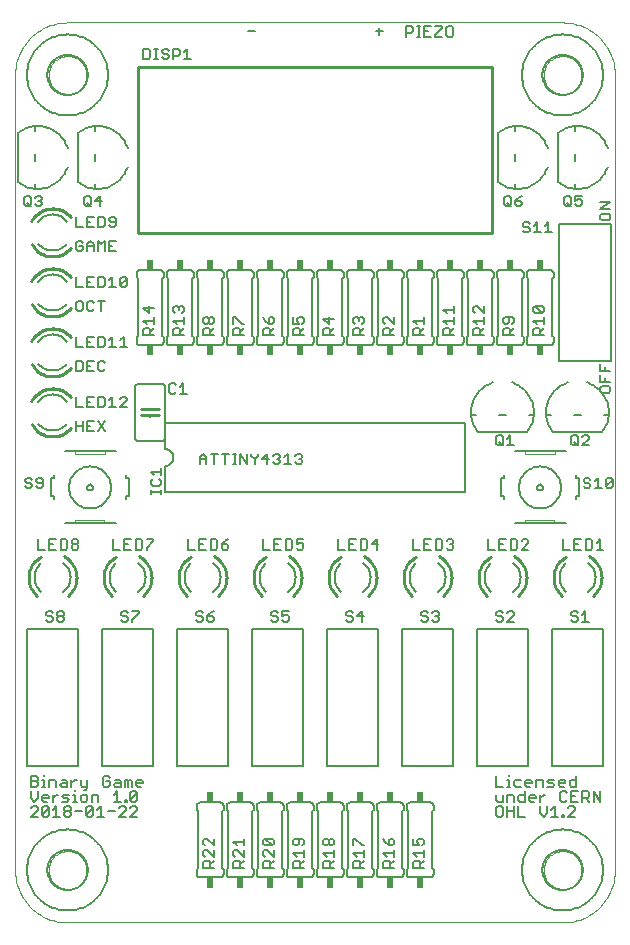
<source format=gto>
G75*
G70*
%OFA0B0*%
%FSLAX24Y24*%
%IPPOS*%
%LPD*%
%AMOC8*
5,1,8,0,0,1.08239X$1,22.5*
%
%ADD10C,0.0000*%
%ADD11C,0.0060*%
%ADD12C,0.0100*%
%ADD13C,0.0070*%
%ADD14C,0.0050*%
%ADD15R,0.0240X0.0340*%
%ADD16C,0.0080*%
%ADD17C,0.0020*%
D10*
X000151Y001901D02*
X000151Y028401D01*
X001271Y028401D02*
X001273Y028451D01*
X001279Y028501D01*
X001289Y028550D01*
X001303Y028598D01*
X001320Y028645D01*
X001341Y028690D01*
X001366Y028734D01*
X001394Y028775D01*
X001426Y028814D01*
X001460Y028851D01*
X001497Y028885D01*
X001537Y028915D01*
X001579Y028942D01*
X001623Y028966D01*
X001669Y028987D01*
X001716Y029003D01*
X001764Y029016D01*
X001814Y029025D01*
X001863Y029030D01*
X001914Y029031D01*
X001964Y029028D01*
X002013Y029021D01*
X002062Y029010D01*
X002110Y028995D01*
X002156Y028977D01*
X002201Y028955D01*
X002244Y028929D01*
X002285Y028900D01*
X002324Y028868D01*
X002360Y028833D01*
X002392Y028795D01*
X002422Y028755D01*
X002449Y028712D01*
X002472Y028668D01*
X002491Y028622D01*
X002507Y028574D01*
X002519Y028525D01*
X002527Y028476D01*
X002531Y028426D01*
X002531Y028376D01*
X002527Y028326D01*
X002519Y028277D01*
X002507Y028228D01*
X002491Y028180D01*
X002472Y028134D01*
X002449Y028090D01*
X002422Y028047D01*
X002392Y028007D01*
X002360Y027969D01*
X002324Y027934D01*
X002285Y027902D01*
X002244Y027873D01*
X002201Y027847D01*
X002156Y027825D01*
X002110Y027807D01*
X002062Y027792D01*
X002013Y027781D01*
X001964Y027774D01*
X001914Y027771D01*
X001863Y027772D01*
X001814Y027777D01*
X001764Y027786D01*
X001716Y027799D01*
X001669Y027815D01*
X001623Y027836D01*
X001579Y027860D01*
X001537Y027887D01*
X001497Y027917D01*
X001460Y027951D01*
X001426Y027988D01*
X001394Y028027D01*
X001366Y028068D01*
X001341Y028112D01*
X001320Y028157D01*
X001303Y028204D01*
X001289Y028252D01*
X001279Y028301D01*
X001273Y028351D01*
X001271Y028401D01*
X000151Y028401D02*
X000153Y028484D01*
X000159Y028567D01*
X000169Y028650D01*
X000183Y028732D01*
X000200Y028814D01*
X000222Y028894D01*
X000247Y028973D01*
X000276Y029051D01*
X000309Y029128D01*
X000346Y029203D01*
X000385Y029276D01*
X000429Y029347D01*
X000475Y029416D01*
X000525Y029483D01*
X000578Y029547D01*
X000634Y029609D01*
X000693Y029668D01*
X000755Y029724D01*
X000819Y029777D01*
X000886Y029827D01*
X000955Y029873D01*
X001026Y029917D01*
X001099Y029956D01*
X001174Y029993D01*
X001251Y030026D01*
X001329Y030055D01*
X001408Y030080D01*
X001488Y030102D01*
X001570Y030119D01*
X001652Y030133D01*
X001735Y030143D01*
X001818Y030149D01*
X001901Y030151D01*
X018401Y030151D01*
X017771Y028401D02*
X017773Y028451D01*
X017779Y028501D01*
X017789Y028550D01*
X017803Y028598D01*
X017820Y028645D01*
X017841Y028690D01*
X017866Y028734D01*
X017894Y028775D01*
X017926Y028814D01*
X017960Y028851D01*
X017997Y028885D01*
X018037Y028915D01*
X018079Y028942D01*
X018123Y028966D01*
X018169Y028987D01*
X018216Y029003D01*
X018264Y029016D01*
X018314Y029025D01*
X018363Y029030D01*
X018414Y029031D01*
X018464Y029028D01*
X018513Y029021D01*
X018562Y029010D01*
X018610Y028995D01*
X018656Y028977D01*
X018701Y028955D01*
X018744Y028929D01*
X018785Y028900D01*
X018824Y028868D01*
X018860Y028833D01*
X018892Y028795D01*
X018922Y028755D01*
X018949Y028712D01*
X018972Y028668D01*
X018991Y028622D01*
X019007Y028574D01*
X019019Y028525D01*
X019027Y028476D01*
X019031Y028426D01*
X019031Y028376D01*
X019027Y028326D01*
X019019Y028277D01*
X019007Y028228D01*
X018991Y028180D01*
X018972Y028134D01*
X018949Y028090D01*
X018922Y028047D01*
X018892Y028007D01*
X018860Y027969D01*
X018824Y027934D01*
X018785Y027902D01*
X018744Y027873D01*
X018701Y027847D01*
X018656Y027825D01*
X018610Y027807D01*
X018562Y027792D01*
X018513Y027781D01*
X018464Y027774D01*
X018414Y027771D01*
X018363Y027772D01*
X018314Y027777D01*
X018264Y027786D01*
X018216Y027799D01*
X018169Y027815D01*
X018123Y027836D01*
X018079Y027860D01*
X018037Y027887D01*
X017997Y027917D01*
X017960Y027951D01*
X017926Y027988D01*
X017894Y028027D01*
X017866Y028068D01*
X017841Y028112D01*
X017820Y028157D01*
X017803Y028204D01*
X017789Y028252D01*
X017779Y028301D01*
X017773Y028351D01*
X017771Y028401D01*
X018401Y030151D02*
X018484Y030149D01*
X018567Y030143D01*
X018650Y030133D01*
X018732Y030119D01*
X018814Y030102D01*
X018894Y030080D01*
X018973Y030055D01*
X019051Y030026D01*
X019128Y029993D01*
X019203Y029956D01*
X019276Y029917D01*
X019347Y029873D01*
X019416Y029827D01*
X019483Y029777D01*
X019547Y029724D01*
X019609Y029668D01*
X019668Y029609D01*
X019724Y029547D01*
X019777Y029483D01*
X019827Y029416D01*
X019873Y029347D01*
X019917Y029276D01*
X019956Y029203D01*
X019993Y029128D01*
X020026Y029051D01*
X020055Y028973D01*
X020080Y028894D01*
X020102Y028814D01*
X020119Y028732D01*
X020133Y028650D01*
X020143Y028567D01*
X020149Y028484D01*
X020151Y028401D01*
X020151Y001901D01*
X017771Y001901D02*
X017773Y001951D01*
X017779Y002001D01*
X017789Y002050D01*
X017803Y002098D01*
X017820Y002145D01*
X017841Y002190D01*
X017866Y002234D01*
X017894Y002275D01*
X017926Y002314D01*
X017960Y002351D01*
X017997Y002385D01*
X018037Y002415D01*
X018079Y002442D01*
X018123Y002466D01*
X018169Y002487D01*
X018216Y002503D01*
X018264Y002516D01*
X018314Y002525D01*
X018363Y002530D01*
X018414Y002531D01*
X018464Y002528D01*
X018513Y002521D01*
X018562Y002510D01*
X018610Y002495D01*
X018656Y002477D01*
X018701Y002455D01*
X018744Y002429D01*
X018785Y002400D01*
X018824Y002368D01*
X018860Y002333D01*
X018892Y002295D01*
X018922Y002255D01*
X018949Y002212D01*
X018972Y002168D01*
X018991Y002122D01*
X019007Y002074D01*
X019019Y002025D01*
X019027Y001976D01*
X019031Y001926D01*
X019031Y001876D01*
X019027Y001826D01*
X019019Y001777D01*
X019007Y001728D01*
X018991Y001680D01*
X018972Y001634D01*
X018949Y001590D01*
X018922Y001547D01*
X018892Y001507D01*
X018860Y001469D01*
X018824Y001434D01*
X018785Y001402D01*
X018744Y001373D01*
X018701Y001347D01*
X018656Y001325D01*
X018610Y001307D01*
X018562Y001292D01*
X018513Y001281D01*
X018464Y001274D01*
X018414Y001271D01*
X018363Y001272D01*
X018314Y001277D01*
X018264Y001286D01*
X018216Y001299D01*
X018169Y001315D01*
X018123Y001336D01*
X018079Y001360D01*
X018037Y001387D01*
X017997Y001417D01*
X017960Y001451D01*
X017926Y001488D01*
X017894Y001527D01*
X017866Y001568D01*
X017841Y001612D01*
X017820Y001657D01*
X017803Y001704D01*
X017789Y001752D01*
X017779Y001801D01*
X017773Y001851D01*
X017771Y001901D01*
X018401Y000151D02*
X018484Y000153D01*
X018567Y000159D01*
X018650Y000169D01*
X018732Y000183D01*
X018814Y000200D01*
X018894Y000222D01*
X018973Y000247D01*
X019051Y000276D01*
X019128Y000309D01*
X019203Y000346D01*
X019276Y000385D01*
X019347Y000429D01*
X019416Y000475D01*
X019483Y000525D01*
X019547Y000578D01*
X019609Y000634D01*
X019668Y000693D01*
X019724Y000755D01*
X019777Y000819D01*
X019827Y000886D01*
X019873Y000955D01*
X019917Y001026D01*
X019956Y001099D01*
X019993Y001174D01*
X020026Y001251D01*
X020055Y001329D01*
X020080Y001408D01*
X020102Y001488D01*
X020119Y001570D01*
X020133Y001652D01*
X020143Y001735D01*
X020149Y001818D01*
X020151Y001901D01*
X018401Y000151D02*
X001901Y000151D01*
X001271Y001901D02*
X001273Y001951D01*
X001279Y002001D01*
X001289Y002050D01*
X001303Y002098D01*
X001320Y002145D01*
X001341Y002190D01*
X001366Y002234D01*
X001394Y002275D01*
X001426Y002314D01*
X001460Y002351D01*
X001497Y002385D01*
X001537Y002415D01*
X001579Y002442D01*
X001623Y002466D01*
X001669Y002487D01*
X001716Y002503D01*
X001764Y002516D01*
X001814Y002525D01*
X001863Y002530D01*
X001914Y002531D01*
X001964Y002528D01*
X002013Y002521D01*
X002062Y002510D01*
X002110Y002495D01*
X002156Y002477D01*
X002201Y002455D01*
X002244Y002429D01*
X002285Y002400D01*
X002324Y002368D01*
X002360Y002333D01*
X002392Y002295D01*
X002422Y002255D01*
X002449Y002212D01*
X002472Y002168D01*
X002491Y002122D01*
X002507Y002074D01*
X002519Y002025D01*
X002527Y001976D01*
X002531Y001926D01*
X002531Y001876D01*
X002527Y001826D01*
X002519Y001777D01*
X002507Y001728D01*
X002491Y001680D01*
X002472Y001634D01*
X002449Y001590D01*
X002422Y001547D01*
X002392Y001507D01*
X002360Y001469D01*
X002324Y001434D01*
X002285Y001402D01*
X002244Y001373D01*
X002201Y001347D01*
X002156Y001325D01*
X002110Y001307D01*
X002062Y001292D01*
X002013Y001281D01*
X001964Y001274D01*
X001914Y001271D01*
X001863Y001272D01*
X001814Y001277D01*
X001764Y001286D01*
X001716Y001299D01*
X001669Y001315D01*
X001623Y001336D01*
X001579Y001360D01*
X001537Y001387D01*
X001497Y001417D01*
X001460Y001451D01*
X001426Y001488D01*
X001394Y001527D01*
X001366Y001568D01*
X001341Y001612D01*
X001320Y001657D01*
X001303Y001704D01*
X001289Y001752D01*
X001279Y001801D01*
X001273Y001851D01*
X001271Y001901D01*
X000151Y001901D02*
X000153Y001818D01*
X000159Y001735D01*
X000169Y001652D01*
X000183Y001570D01*
X000200Y001488D01*
X000222Y001408D01*
X000247Y001329D01*
X000276Y001251D01*
X000309Y001174D01*
X000346Y001099D01*
X000385Y001026D01*
X000429Y000955D01*
X000475Y000886D01*
X000525Y000819D01*
X000578Y000755D01*
X000634Y000693D01*
X000693Y000634D01*
X000755Y000578D01*
X000819Y000525D01*
X000886Y000475D01*
X000955Y000429D01*
X001026Y000385D01*
X001099Y000346D01*
X001174Y000309D01*
X001251Y000276D01*
X001329Y000247D01*
X001408Y000222D01*
X001488Y000200D01*
X001570Y000183D01*
X001652Y000169D01*
X001735Y000159D01*
X001818Y000153D01*
X001901Y000151D01*
D11*
X000551Y001901D02*
X000553Y001974D01*
X000559Y002047D01*
X000569Y002119D01*
X000583Y002191D01*
X000600Y002262D01*
X000622Y002332D01*
X000647Y002401D01*
X000676Y002468D01*
X000708Y002533D01*
X000744Y002597D01*
X000784Y002659D01*
X000826Y002718D01*
X000872Y002775D01*
X000921Y002829D01*
X000973Y002881D01*
X001027Y002930D01*
X001084Y002976D01*
X001143Y003018D01*
X001205Y003058D01*
X001269Y003094D01*
X001334Y003126D01*
X001401Y003155D01*
X001470Y003180D01*
X001540Y003202D01*
X001611Y003219D01*
X001683Y003233D01*
X001755Y003243D01*
X001828Y003249D01*
X001901Y003251D01*
X001974Y003249D01*
X002047Y003243D01*
X002119Y003233D01*
X002191Y003219D01*
X002262Y003202D01*
X002332Y003180D01*
X002401Y003155D01*
X002468Y003126D01*
X002533Y003094D01*
X002597Y003058D01*
X002659Y003018D01*
X002718Y002976D01*
X002775Y002930D01*
X002829Y002881D01*
X002881Y002829D01*
X002930Y002775D01*
X002976Y002718D01*
X003018Y002659D01*
X003058Y002597D01*
X003094Y002533D01*
X003126Y002468D01*
X003155Y002401D01*
X003180Y002332D01*
X003202Y002262D01*
X003219Y002191D01*
X003233Y002119D01*
X003243Y002047D01*
X003249Y001974D01*
X003251Y001901D01*
X003249Y001828D01*
X003243Y001755D01*
X003233Y001683D01*
X003219Y001611D01*
X003202Y001540D01*
X003180Y001470D01*
X003155Y001401D01*
X003126Y001334D01*
X003094Y001269D01*
X003058Y001205D01*
X003018Y001143D01*
X002976Y001084D01*
X002930Y001027D01*
X002881Y000973D01*
X002829Y000921D01*
X002775Y000872D01*
X002718Y000826D01*
X002659Y000784D01*
X002597Y000744D01*
X002533Y000708D01*
X002468Y000676D01*
X002401Y000647D01*
X002332Y000622D01*
X002262Y000600D01*
X002191Y000583D01*
X002119Y000569D01*
X002047Y000559D01*
X001974Y000553D01*
X001901Y000551D01*
X001828Y000553D01*
X001755Y000559D01*
X001683Y000569D01*
X001611Y000583D01*
X001540Y000600D01*
X001470Y000622D01*
X001401Y000647D01*
X001334Y000676D01*
X001269Y000708D01*
X001205Y000744D01*
X001143Y000784D01*
X001084Y000826D01*
X001027Y000872D01*
X000973Y000921D01*
X000921Y000973D01*
X000872Y001027D01*
X000826Y001084D01*
X000784Y001143D01*
X000744Y001205D01*
X000708Y001269D01*
X000676Y001334D01*
X000647Y001401D01*
X000622Y001470D01*
X000600Y001540D01*
X000583Y001611D01*
X000569Y001683D01*
X000559Y001755D01*
X000553Y001828D01*
X000551Y001901D01*
X000681Y003681D02*
X000908Y003908D01*
X000908Y003965D01*
X000851Y004021D01*
X000738Y004021D01*
X000681Y003965D01*
X000795Y004181D02*
X000908Y004295D01*
X000908Y004521D01*
X000851Y004681D02*
X000681Y004681D01*
X000681Y005021D01*
X000851Y005021D01*
X000908Y004965D01*
X000908Y004908D01*
X000851Y004851D01*
X000681Y004851D01*
X000851Y004851D02*
X000908Y004795D01*
X000908Y004738D01*
X000851Y004681D01*
X001049Y004681D02*
X001163Y004681D01*
X001106Y004681D02*
X001106Y004908D01*
X001049Y004908D01*
X001106Y005021D02*
X001106Y005078D01*
X001295Y004908D02*
X001295Y004681D01*
X001522Y004681D02*
X001522Y004851D01*
X001465Y004908D01*
X001295Y004908D01*
X001663Y004738D02*
X001720Y004795D01*
X001890Y004795D01*
X001890Y004851D02*
X001890Y004681D01*
X001720Y004681D01*
X001663Y004738D01*
X001720Y004908D02*
X001833Y004908D01*
X001890Y004851D01*
X002032Y004795D02*
X002145Y004908D01*
X002202Y004908D01*
X002339Y004908D02*
X002339Y004738D01*
X002395Y004681D01*
X002565Y004681D01*
X002565Y004624D02*
X002509Y004568D01*
X002452Y004568D01*
X002565Y004624D02*
X002565Y004908D01*
X002509Y004408D02*
X002395Y004408D01*
X002339Y004351D01*
X002339Y004238D01*
X002395Y004181D01*
X002509Y004181D01*
X002565Y004238D01*
X002565Y004351D01*
X002509Y004408D01*
X002707Y004408D02*
X002707Y004181D01*
X002693Y004021D02*
X002750Y003965D01*
X002523Y003738D01*
X002579Y003681D01*
X002693Y003681D01*
X002750Y003738D01*
X002750Y003965D01*
X002693Y004021D02*
X002579Y004021D01*
X002523Y003965D01*
X002523Y003738D01*
X002381Y003851D02*
X002154Y003851D01*
X002013Y003795D02*
X002013Y003738D01*
X001956Y003681D01*
X001843Y003681D01*
X001786Y003738D01*
X001786Y003795D01*
X001843Y003851D01*
X001956Y003851D01*
X002013Y003795D01*
X001956Y003851D02*
X002013Y003908D01*
X002013Y003965D01*
X001956Y004021D01*
X001843Y004021D01*
X001786Y003965D01*
X001786Y003908D01*
X001843Y003851D01*
X001645Y003681D02*
X001418Y003681D01*
X001531Y003681D02*
X001531Y004021D01*
X001418Y003908D01*
X001276Y003965D02*
X001276Y003738D01*
X001220Y003681D01*
X001106Y003681D01*
X001049Y003738D01*
X001276Y003965D01*
X001220Y004021D01*
X001106Y004021D01*
X001049Y003965D01*
X001049Y003738D01*
X000908Y003681D02*
X000681Y003681D01*
X000795Y004181D02*
X000681Y004295D01*
X000681Y004521D01*
X001049Y004351D02*
X001049Y004238D01*
X001106Y004181D01*
X001220Y004181D01*
X001276Y004295D02*
X001049Y004295D01*
X001049Y004351D02*
X001106Y004408D01*
X001220Y004408D01*
X001276Y004351D01*
X001276Y004295D01*
X001418Y004295D02*
X001531Y004408D01*
X001588Y004408D01*
X001725Y004351D02*
X001781Y004408D01*
X001952Y004408D01*
X001895Y004295D02*
X001781Y004295D01*
X001725Y004351D01*
X001725Y004181D02*
X001895Y004181D01*
X001952Y004238D01*
X001895Y004295D01*
X002093Y004408D02*
X002150Y004408D01*
X002150Y004181D01*
X002206Y004181D02*
X002093Y004181D01*
X002150Y004521D02*
X002150Y004578D01*
X002032Y004681D02*
X002032Y004908D01*
X001418Y004408D02*
X001418Y004181D01*
X002707Y004408D02*
X002877Y004408D01*
X002934Y004351D01*
X002934Y004181D01*
X003004Y004021D02*
X003004Y003681D01*
X002891Y003681D02*
X003118Y003681D01*
X003259Y003851D02*
X003486Y003851D01*
X003628Y003965D02*
X003684Y004021D01*
X003798Y004021D01*
X003854Y003965D01*
X003854Y003908D01*
X003628Y003681D01*
X003854Y003681D01*
X003996Y003681D02*
X004223Y003908D01*
X004223Y003965D01*
X004166Y004021D01*
X004053Y004021D01*
X003996Y003965D01*
X004053Y004181D02*
X003996Y004238D01*
X004223Y004465D01*
X004223Y004238D01*
X004166Y004181D01*
X004053Y004181D01*
X003996Y004238D02*
X003996Y004465D01*
X004053Y004521D01*
X004166Y004521D01*
X004223Y004465D01*
X004237Y004681D02*
X004180Y004738D01*
X004180Y004851D01*
X004237Y004908D01*
X004350Y004908D01*
X004407Y004851D01*
X004407Y004795D01*
X004180Y004795D01*
X004237Y004681D02*
X004350Y004681D01*
X004039Y004681D02*
X004039Y004851D01*
X003982Y004908D01*
X003925Y004851D01*
X003925Y004681D01*
X003812Y004681D02*
X003812Y004908D01*
X003868Y004908D01*
X003925Y004851D01*
X003670Y004851D02*
X003670Y004681D01*
X003500Y004681D01*
X003443Y004738D01*
X003500Y004795D01*
X003670Y004795D01*
X003670Y004851D02*
X003614Y004908D01*
X003500Y004908D01*
X003302Y004851D02*
X003189Y004851D01*
X003302Y004851D02*
X003302Y004738D01*
X003245Y004681D01*
X003132Y004681D01*
X003075Y004738D01*
X003075Y004965D01*
X003132Y005021D01*
X003245Y005021D01*
X003302Y004965D01*
X003557Y004521D02*
X003443Y004408D01*
X003557Y004521D02*
X003557Y004181D01*
X003670Y004181D02*
X003443Y004181D01*
X003812Y004181D02*
X003868Y004181D01*
X003868Y004238D01*
X003812Y004238D01*
X003812Y004181D01*
X003996Y003681D02*
X004223Y003681D01*
X003004Y004021D02*
X002891Y003908D01*
X006201Y003901D02*
X006201Y004051D01*
X006203Y004068D01*
X006207Y004085D01*
X006214Y004101D01*
X006224Y004115D01*
X006237Y004128D01*
X006251Y004138D01*
X006267Y004145D01*
X006284Y004149D01*
X006301Y004151D01*
X007001Y004151D01*
X007018Y004149D01*
X007035Y004145D01*
X007051Y004138D01*
X007065Y004128D01*
X007078Y004115D01*
X007088Y004101D01*
X007095Y004085D01*
X007099Y004068D01*
X007101Y004051D01*
X007101Y003901D01*
X007051Y003851D01*
X007051Y001951D01*
X007101Y001901D01*
X007101Y001751D01*
X007099Y001734D01*
X007095Y001717D01*
X007088Y001701D01*
X007078Y001687D01*
X007065Y001674D01*
X007051Y001664D01*
X007035Y001657D01*
X007018Y001653D01*
X007001Y001651D01*
X006301Y001651D01*
X006284Y001653D01*
X006267Y001657D01*
X006251Y001664D01*
X006237Y001674D01*
X006224Y001687D01*
X006214Y001701D01*
X006207Y001717D01*
X006203Y001734D01*
X006201Y001751D01*
X006201Y001901D01*
X006251Y001951D01*
X006251Y003851D01*
X006201Y003901D01*
X006488Y002945D02*
X006431Y002888D01*
X006431Y002774D01*
X006488Y002718D01*
X006488Y002576D02*
X006431Y002520D01*
X006431Y002406D01*
X006488Y002349D01*
X006488Y002208D02*
X006601Y002208D01*
X006658Y002151D01*
X006658Y001981D01*
X006771Y001981D02*
X006431Y001981D01*
X006431Y002151D01*
X006488Y002208D01*
X006658Y002095D02*
X006771Y002208D01*
X006771Y002349D02*
X006544Y002576D01*
X006488Y002576D01*
X006771Y002718D02*
X006544Y002945D01*
X006488Y002945D01*
X006771Y002945D02*
X006771Y002718D01*
X006771Y002576D02*
X006771Y002349D01*
X007201Y001901D02*
X007201Y001751D01*
X007203Y001734D01*
X007207Y001717D01*
X007214Y001701D01*
X007224Y001687D01*
X007237Y001674D01*
X007251Y001664D01*
X007267Y001657D01*
X007284Y001653D01*
X007301Y001651D01*
X008001Y001651D01*
X008018Y001653D01*
X008035Y001657D01*
X008051Y001664D01*
X008065Y001674D01*
X008078Y001687D01*
X008088Y001701D01*
X008095Y001717D01*
X008099Y001734D01*
X008101Y001751D01*
X008101Y001901D01*
X008051Y001951D01*
X008051Y003851D01*
X008101Y003901D01*
X008101Y004051D01*
X008099Y004068D01*
X008095Y004085D01*
X008088Y004101D01*
X008078Y004115D01*
X008065Y004128D01*
X008051Y004138D01*
X008035Y004145D01*
X008018Y004149D01*
X008001Y004151D01*
X007301Y004151D01*
X007284Y004149D01*
X007267Y004145D01*
X007251Y004138D01*
X007237Y004128D01*
X007224Y004115D01*
X007214Y004101D01*
X007207Y004085D01*
X007203Y004068D01*
X007201Y004051D01*
X007201Y003901D01*
X007251Y003851D01*
X007251Y001951D01*
X007201Y001901D01*
X007431Y001981D02*
X007431Y002151D01*
X007488Y002208D01*
X007601Y002208D01*
X007658Y002151D01*
X007658Y001981D01*
X007771Y001981D02*
X007431Y001981D01*
X007658Y002095D02*
X007771Y002208D01*
X007771Y002349D02*
X007544Y002576D01*
X007488Y002576D01*
X007431Y002520D01*
X007431Y002406D01*
X007488Y002349D01*
X007544Y002718D02*
X007431Y002831D01*
X007771Y002831D01*
X007771Y002718D02*
X007771Y002945D01*
X007771Y002576D02*
X007771Y002349D01*
X008201Y001901D02*
X008201Y001751D01*
X008203Y001734D01*
X008207Y001717D01*
X008214Y001701D01*
X008224Y001687D01*
X008237Y001674D01*
X008251Y001664D01*
X008267Y001657D01*
X008284Y001653D01*
X008301Y001651D01*
X009001Y001651D01*
X009018Y001653D01*
X009035Y001657D01*
X009051Y001664D01*
X009065Y001674D01*
X009078Y001687D01*
X009088Y001701D01*
X009095Y001717D01*
X009099Y001734D01*
X009101Y001751D01*
X009101Y001901D01*
X009051Y001951D01*
X009051Y003851D01*
X009101Y003901D01*
X009101Y004051D01*
X009099Y004068D01*
X009095Y004085D01*
X009088Y004101D01*
X009078Y004115D01*
X009065Y004128D01*
X009051Y004138D01*
X009035Y004145D01*
X009018Y004149D01*
X009001Y004151D01*
X008301Y004151D01*
X008284Y004149D01*
X008267Y004145D01*
X008251Y004138D01*
X008237Y004128D01*
X008224Y004115D01*
X008214Y004101D01*
X008207Y004085D01*
X008203Y004068D01*
X008201Y004051D01*
X008201Y003901D01*
X008251Y003851D01*
X008251Y001951D01*
X008201Y001901D01*
X008431Y001981D02*
X008431Y002151D01*
X008488Y002208D01*
X008601Y002208D01*
X008658Y002151D01*
X008658Y001981D01*
X008771Y001981D02*
X008431Y001981D01*
X008658Y002095D02*
X008771Y002208D01*
X008771Y002349D02*
X008544Y002576D01*
X008488Y002576D01*
X008431Y002520D01*
X008431Y002406D01*
X008488Y002349D01*
X008771Y002349D02*
X008771Y002576D01*
X008714Y002718D02*
X008488Y002945D01*
X008714Y002945D01*
X008771Y002888D01*
X008771Y002774D01*
X008714Y002718D01*
X008488Y002718D01*
X008431Y002774D01*
X008431Y002888D01*
X008488Y002945D01*
X009251Y003851D02*
X009251Y001951D01*
X009201Y001901D01*
X009201Y001751D01*
X009203Y001734D01*
X009207Y001717D01*
X009214Y001701D01*
X009224Y001687D01*
X009237Y001674D01*
X009251Y001664D01*
X009267Y001657D01*
X009284Y001653D01*
X009301Y001651D01*
X010001Y001651D01*
X010018Y001653D01*
X010035Y001657D01*
X010051Y001664D01*
X010065Y001674D01*
X010078Y001687D01*
X010088Y001701D01*
X010095Y001717D01*
X010099Y001734D01*
X010101Y001751D01*
X010101Y001901D01*
X010051Y001951D01*
X010051Y003851D01*
X010101Y003901D01*
X010101Y004051D01*
X010099Y004068D01*
X010095Y004085D01*
X010088Y004101D01*
X010078Y004115D01*
X010065Y004128D01*
X010051Y004138D01*
X010035Y004145D01*
X010018Y004149D01*
X010001Y004151D01*
X009301Y004151D01*
X009284Y004149D01*
X009267Y004145D01*
X009251Y004138D01*
X009237Y004128D01*
X009224Y004115D01*
X009214Y004101D01*
X009207Y004085D01*
X009203Y004068D01*
X009201Y004051D01*
X009201Y003901D01*
X009251Y003851D01*
X009488Y002945D02*
X009431Y002888D01*
X009431Y002774D01*
X009488Y002718D01*
X009544Y002718D01*
X009601Y002774D01*
X009601Y002945D01*
X009714Y002945D02*
X009488Y002945D01*
X009714Y002945D02*
X009771Y002888D01*
X009771Y002774D01*
X009714Y002718D01*
X009771Y002576D02*
X009771Y002349D01*
X009771Y002463D02*
X009431Y002463D01*
X009544Y002349D01*
X009488Y002208D02*
X009601Y002208D01*
X009658Y002151D01*
X009658Y001981D01*
X009771Y001981D02*
X009431Y001981D01*
X009431Y002151D01*
X009488Y002208D01*
X009658Y002095D02*
X009771Y002208D01*
X010201Y001901D02*
X010201Y001751D01*
X010203Y001734D01*
X010207Y001717D01*
X010214Y001701D01*
X010224Y001687D01*
X010237Y001674D01*
X010251Y001664D01*
X010267Y001657D01*
X010284Y001653D01*
X010301Y001651D01*
X011001Y001651D01*
X011018Y001653D01*
X011035Y001657D01*
X011051Y001664D01*
X011065Y001674D01*
X011078Y001687D01*
X011088Y001701D01*
X011095Y001717D01*
X011099Y001734D01*
X011101Y001751D01*
X011101Y001901D01*
X011051Y001951D01*
X011051Y003851D01*
X011101Y003901D01*
X011101Y004051D01*
X011099Y004068D01*
X011095Y004085D01*
X011088Y004101D01*
X011078Y004115D01*
X011065Y004128D01*
X011051Y004138D01*
X011035Y004145D01*
X011018Y004149D01*
X011001Y004151D01*
X010301Y004151D01*
X010284Y004149D01*
X010267Y004145D01*
X010251Y004138D01*
X010237Y004128D01*
X010224Y004115D01*
X010214Y004101D01*
X010207Y004085D01*
X010203Y004068D01*
X010201Y004051D01*
X010201Y003901D01*
X010251Y003851D01*
X010251Y001951D01*
X010201Y001901D01*
X010431Y001981D02*
X010431Y002151D01*
X010488Y002208D01*
X010601Y002208D01*
X010658Y002151D01*
X010658Y001981D01*
X010771Y001981D02*
X010431Y001981D01*
X010658Y002095D02*
X010771Y002208D01*
X010771Y002349D02*
X010771Y002576D01*
X010771Y002463D02*
X010431Y002463D01*
X010544Y002349D01*
X010544Y002718D02*
X010488Y002718D01*
X010431Y002774D01*
X010431Y002888D01*
X010488Y002945D01*
X010544Y002945D01*
X010601Y002888D01*
X010601Y002774D01*
X010544Y002718D01*
X010601Y002774D02*
X010658Y002718D01*
X010714Y002718D01*
X010771Y002774D01*
X010771Y002888D01*
X010714Y002945D01*
X010658Y002945D01*
X010601Y002888D01*
X011251Y001951D02*
X011201Y001901D01*
X011201Y001751D01*
X011203Y001734D01*
X011207Y001717D01*
X011214Y001701D01*
X011224Y001687D01*
X011237Y001674D01*
X011251Y001664D01*
X011267Y001657D01*
X011284Y001653D01*
X011301Y001651D01*
X012001Y001651D01*
X012018Y001653D01*
X012035Y001657D01*
X012051Y001664D01*
X012065Y001674D01*
X012078Y001687D01*
X012088Y001701D01*
X012095Y001717D01*
X012099Y001734D01*
X012101Y001751D01*
X012101Y001901D01*
X012051Y001951D01*
X012051Y003851D01*
X012101Y003901D01*
X012101Y004051D01*
X012099Y004068D01*
X012095Y004085D01*
X012088Y004101D01*
X012078Y004115D01*
X012065Y004128D01*
X012051Y004138D01*
X012035Y004145D01*
X012018Y004149D01*
X012001Y004151D01*
X011301Y004151D01*
X011284Y004149D01*
X011267Y004145D01*
X011251Y004138D01*
X011237Y004128D01*
X011224Y004115D01*
X011214Y004101D01*
X011207Y004085D01*
X011203Y004068D01*
X011201Y004051D01*
X011201Y003901D01*
X011251Y003851D01*
X011251Y001951D01*
X011431Y001981D02*
X011431Y002151D01*
X011488Y002208D01*
X011601Y002208D01*
X011658Y002151D01*
X011658Y001981D01*
X011771Y001981D02*
X011431Y001981D01*
X011544Y002349D02*
X011431Y002463D01*
X011771Y002463D01*
X011771Y002576D02*
X011771Y002349D01*
X011771Y002208D02*
X011658Y002095D01*
X012201Y001901D02*
X012201Y001751D01*
X012203Y001734D01*
X012207Y001717D01*
X012214Y001701D01*
X012224Y001687D01*
X012237Y001674D01*
X012251Y001664D01*
X012267Y001657D01*
X012284Y001653D01*
X012301Y001651D01*
X013001Y001651D01*
X013018Y001653D01*
X013035Y001657D01*
X013051Y001664D01*
X013065Y001674D01*
X013078Y001687D01*
X013088Y001701D01*
X013095Y001717D01*
X013099Y001734D01*
X013101Y001751D01*
X013101Y001901D01*
X013051Y001951D01*
X013051Y003851D01*
X013101Y003901D01*
X013101Y004051D01*
X013099Y004068D01*
X013095Y004085D01*
X013088Y004101D01*
X013078Y004115D01*
X013065Y004128D01*
X013051Y004138D01*
X013035Y004145D01*
X013018Y004149D01*
X013001Y004151D01*
X012301Y004151D01*
X012284Y004149D01*
X012267Y004145D01*
X012251Y004138D01*
X012237Y004128D01*
X012224Y004115D01*
X012214Y004101D01*
X012207Y004085D01*
X012203Y004068D01*
X012201Y004051D01*
X012201Y003901D01*
X012251Y003851D01*
X012251Y001951D01*
X012201Y001901D01*
X012431Y001981D02*
X012431Y002151D01*
X012488Y002208D01*
X012601Y002208D01*
X012658Y002151D01*
X012658Y001981D01*
X012771Y001981D02*
X012431Y001981D01*
X012658Y002095D02*
X012771Y002208D01*
X012771Y002349D02*
X012771Y002576D01*
X012771Y002463D02*
X012431Y002463D01*
X012544Y002349D01*
X012601Y002718D02*
X012601Y002888D01*
X012658Y002945D01*
X012714Y002945D01*
X012771Y002888D01*
X012771Y002774D01*
X012714Y002718D01*
X012601Y002718D01*
X012488Y002831D01*
X012431Y002945D01*
X011771Y002718D02*
X011714Y002718D01*
X011488Y002945D01*
X011431Y002945D01*
X011431Y002718D01*
X013201Y001901D02*
X013201Y001751D01*
X013203Y001734D01*
X013207Y001717D01*
X013214Y001701D01*
X013224Y001687D01*
X013237Y001674D01*
X013251Y001664D01*
X013267Y001657D01*
X013284Y001653D01*
X013301Y001651D01*
X014001Y001651D01*
X014018Y001653D01*
X014035Y001657D01*
X014051Y001664D01*
X014065Y001674D01*
X014078Y001687D01*
X014088Y001701D01*
X014095Y001717D01*
X014099Y001734D01*
X014101Y001751D01*
X014101Y001901D01*
X014051Y001951D01*
X014051Y003851D01*
X014101Y003901D01*
X014101Y004051D01*
X014099Y004068D01*
X014095Y004085D01*
X014088Y004101D01*
X014078Y004115D01*
X014065Y004128D01*
X014051Y004138D01*
X014035Y004145D01*
X014018Y004149D01*
X014001Y004151D01*
X013301Y004151D01*
X013284Y004149D01*
X013267Y004145D01*
X013251Y004138D01*
X013237Y004128D01*
X013224Y004115D01*
X013214Y004101D01*
X013207Y004085D01*
X013203Y004068D01*
X013201Y004051D01*
X013201Y003901D01*
X013251Y003851D01*
X013251Y001951D01*
X013201Y001901D01*
X013431Y001981D02*
X013431Y002151D01*
X013488Y002208D01*
X013601Y002208D01*
X013658Y002151D01*
X013658Y001981D01*
X013771Y001981D02*
X013431Y001981D01*
X013658Y002095D02*
X013771Y002208D01*
X013771Y002349D02*
X013771Y002576D01*
X013771Y002463D02*
X013431Y002463D01*
X013544Y002349D01*
X013601Y002718D02*
X013431Y002718D01*
X013431Y002945D01*
X013544Y002888D02*
X013601Y002945D01*
X013714Y002945D01*
X013771Y002888D01*
X013771Y002774D01*
X013714Y002718D01*
X013601Y002718D02*
X013544Y002831D01*
X013544Y002888D01*
X016181Y003738D02*
X016238Y003681D01*
X016351Y003681D01*
X016408Y003738D01*
X016408Y003965D01*
X016351Y004021D01*
X016238Y004021D01*
X016181Y003965D01*
X016181Y003738D01*
X016238Y004181D02*
X016408Y004181D01*
X016408Y004408D01*
X016549Y004408D02*
X016549Y004181D01*
X016549Y004021D02*
X016549Y003681D01*
X016549Y003851D02*
X016776Y003851D01*
X016776Y004021D02*
X016776Y003681D01*
X016918Y003681D02*
X017145Y003681D01*
X016918Y003681D02*
X016918Y004021D01*
X016974Y004181D02*
X016918Y004238D01*
X016918Y004351D01*
X016974Y004408D01*
X017145Y004408D01*
X017145Y004521D02*
X017145Y004181D01*
X016974Y004181D01*
X016776Y004181D02*
X016776Y004351D01*
X016720Y004408D01*
X016549Y004408D01*
X016549Y004681D02*
X016663Y004681D01*
X016606Y004681D02*
X016606Y004908D01*
X016549Y004908D01*
X016606Y005021D02*
X016606Y005078D01*
X016795Y004851D02*
X016795Y004738D01*
X016852Y004681D01*
X017022Y004681D01*
X017163Y004738D02*
X017163Y004851D01*
X017220Y004908D01*
X017333Y004908D01*
X017390Y004851D01*
X017390Y004795D01*
X017163Y004795D01*
X017163Y004738D02*
X017220Y004681D01*
X017333Y004681D01*
X017532Y004681D02*
X017532Y004908D01*
X017702Y004908D01*
X017758Y004851D01*
X017758Y004681D01*
X017900Y004681D02*
X018070Y004681D01*
X018127Y004738D01*
X018070Y004795D01*
X017957Y004795D01*
X017900Y004851D01*
X017957Y004908D01*
X018127Y004908D01*
X018268Y004851D02*
X018325Y004908D01*
X018438Y004908D01*
X018495Y004851D01*
X018495Y004795D01*
X018268Y004795D01*
X018268Y004851D02*
X018268Y004738D01*
X018325Y004681D01*
X018438Y004681D01*
X018386Y004521D02*
X018330Y004465D01*
X018330Y004238D01*
X018386Y004181D01*
X018500Y004181D01*
X018556Y004238D01*
X018698Y004181D02*
X018698Y004521D01*
X018925Y004521D01*
X019066Y004521D02*
X019066Y004181D01*
X019066Y004295D02*
X019236Y004295D01*
X019293Y004351D01*
X019293Y004465D01*
X019236Y004521D01*
X019066Y004521D01*
X019180Y004295D02*
X019293Y004181D01*
X019435Y004181D02*
X019435Y004521D01*
X019661Y004181D01*
X019661Y004521D01*
X018925Y004181D02*
X018698Y004181D01*
X018745Y004021D02*
X018632Y004021D01*
X018575Y003965D01*
X018745Y004021D02*
X018802Y003965D01*
X018802Y003908D01*
X018575Y003681D01*
X018802Y003681D01*
X018448Y003681D02*
X018391Y003681D01*
X018391Y003738D01*
X018448Y003738D01*
X018448Y003681D01*
X018250Y003681D02*
X018023Y003681D01*
X018136Y003681D02*
X018136Y004021D01*
X018023Y003908D01*
X017881Y003795D02*
X017881Y004021D01*
X017881Y003795D02*
X017768Y003681D01*
X017654Y003795D01*
X017654Y004021D01*
X017654Y004181D02*
X017654Y004408D01*
X017654Y004295D02*
X017768Y004408D01*
X017825Y004408D01*
X017513Y004351D02*
X017513Y004295D01*
X017286Y004295D01*
X017286Y004351D02*
X017343Y004408D01*
X017456Y004408D01*
X017513Y004351D01*
X017456Y004181D02*
X017343Y004181D01*
X017286Y004238D01*
X017286Y004351D01*
X017022Y004908D02*
X016852Y004908D01*
X016795Y004851D01*
X016408Y004681D02*
X016181Y004681D01*
X016181Y005021D01*
X016181Y004408D02*
X016181Y004238D01*
X016238Y004181D01*
X018386Y004521D02*
X018500Y004521D01*
X018556Y004465D01*
X018698Y004351D02*
X018811Y004351D01*
X018863Y004681D02*
X018693Y004681D01*
X018637Y004738D01*
X018637Y004851D01*
X018693Y004908D01*
X018863Y004908D01*
X018863Y005021D02*
X018863Y004681D01*
X017051Y001901D02*
X017053Y001974D01*
X017059Y002047D01*
X017069Y002119D01*
X017083Y002191D01*
X017100Y002262D01*
X017122Y002332D01*
X017147Y002401D01*
X017176Y002468D01*
X017208Y002533D01*
X017244Y002597D01*
X017284Y002659D01*
X017326Y002718D01*
X017372Y002775D01*
X017421Y002829D01*
X017473Y002881D01*
X017527Y002930D01*
X017584Y002976D01*
X017643Y003018D01*
X017705Y003058D01*
X017769Y003094D01*
X017834Y003126D01*
X017901Y003155D01*
X017970Y003180D01*
X018040Y003202D01*
X018111Y003219D01*
X018183Y003233D01*
X018255Y003243D01*
X018328Y003249D01*
X018401Y003251D01*
X018474Y003249D01*
X018547Y003243D01*
X018619Y003233D01*
X018691Y003219D01*
X018762Y003202D01*
X018832Y003180D01*
X018901Y003155D01*
X018968Y003126D01*
X019033Y003094D01*
X019097Y003058D01*
X019159Y003018D01*
X019218Y002976D01*
X019275Y002930D01*
X019329Y002881D01*
X019381Y002829D01*
X019430Y002775D01*
X019476Y002718D01*
X019518Y002659D01*
X019558Y002597D01*
X019594Y002533D01*
X019626Y002468D01*
X019655Y002401D01*
X019680Y002332D01*
X019702Y002262D01*
X019719Y002191D01*
X019733Y002119D01*
X019743Y002047D01*
X019749Y001974D01*
X019751Y001901D01*
X019749Y001828D01*
X019743Y001755D01*
X019733Y001683D01*
X019719Y001611D01*
X019702Y001540D01*
X019680Y001470D01*
X019655Y001401D01*
X019626Y001334D01*
X019594Y001269D01*
X019558Y001205D01*
X019518Y001143D01*
X019476Y001084D01*
X019430Y001027D01*
X019381Y000973D01*
X019329Y000921D01*
X019275Y000872D01*
X019218Y000826D01*
X019159Y000784D01*
X019097Y000744D01*
X019033Y000708D01*
X018968Y000676D01*
X018901Y000647D01*
X018832Y000622D01*
X018762Y000600D01*
X018691Y000583D01*
X018619Y000569D01*
X018547Y000559D01*
X018474Y000553D01*
X018401Y000551D01*
X018328Y000553D01*
X018255Y000559D01*
X018183Y000569D01*
X018111Y000583D01*
X018040Y000600D01*
X017970Y000622D01*
X017901Y000647D01*
X017834Y000676D01*
X017769Y000708D01*
X017705Y000744D01*
X017643Y000784D01*
X017584Y000826D01*
X017527Y000872D01*
X017473Y000921D01*
X017421Y000973D01*
X017372Y001027D01*
X017326Y001084D01*
X017284Y001143D01*
X017244Y001205D01*
X017208Y001269D01*
X017176Y001334D01*
X017147Y001401D01*
X017122Y001470D01*
X017100Y001540D01*
X017083Y001611D01*
X017069Y001683D01*
X017059Y001755D01*
X017053Y001828D01*
X017051Y001901D01*
X016776Y010181D02*
X016549Y010181D01*
X016776Y010408D01*
X016776Y010465D01*
X016720Y010521D01*
X016606Y010521D01*
X016549Y010465D01*
X016408Y010465D02*
X016351Y010521D01*
X016238Y010521D01*
X016181Y010465D01*
X016181Y010408D01*
X016238Y010351D01*
X016351Y010351D01*
X016408Y010295D01*
X016408Y010238D01*
X016351Y010181D01*
X016238Y010181D01*
X016181Y010238D01*
X015801Y011651D02*
X015803Y011696D01*
X015808Y011742D01*
X015816Y011786D01*
X015828Y011830D01*
X015844Y011873D01*
X015862Y011915D01*
X015884Y011955D01*
X015908Y011993D01*
X015935Y012029D01*
X015965Y012064D01*
X015998Y012095D01*
X016033Y012125D01*
X015931Y012581D02*
X016158Y012581D01*
X016299Y012581D02*
X016526Y012581D01*
X016668Y012581D02*
X016668Y012921D01*
X016838Y012921D01*
X016895Y012865D01*
X016895Y012638D01*
X016838Y012581D01*
X016668Y012581D01*
X016413Y012751D02*
X016299Y012751D01*
X016299Y012921D02*
X016299Y012581D01*
X016299Y012921D02*
X016526Y012921D01*
X015931Y012921D02*
X015931Y012581D01*
X015801Y011651D02*
X015803Y011606D01*
X015808Y011560D01*
X015816Y011516D01*
X015828Y011472D01*
X015844Y011429D01*
X015862Y011387D01*
X015884Y011347D01*
X015908Y011309D01*
X015935Y011273D01*
X015965Y011238D01*
X015998Y011207D01*
X016033Y011177D01*
X017001Y011651D02*
X016999Y011697D01*
X016994Y011743D01*
X016985Y011789D01*
X016973Y011834D01*
X016957Y011877D01*
X016938Y011919D01*
X016915Y011960D01*
X016890Y011999D01*
X016862Y012035D01*
X016831Y012070D01*
X016797Y012102D01*
X016761Y012131D01*
X017036Y012581D02*
X017263Y012808D01*
X017263Y012865D01*
X017206Y012921D01*
X017093Y012921D01*
X017036Y012865D01*
X017036Y012581D02*
X017263Y012581D01*
X017151Y013451D02*
X016801Y013451D01*
X017151Y013451D02*
X018101Y013451D01*
X018501Y013451D01*
X018431Y012921D02*
X018431Y012581D01*
X018658Y012581D01*
X018799Y012581D02*
X018799Y012921D01*
X019026Y012921D01*
X019168Y012921D02*
X019338Y012921D01*
X019395Y012865D01*
X019395Y012638D01*
X019338Y012581D01*
X019168Y012581D01*
X019168Y012921D01*
X018913Y012751D02*
X018799Y012751D01*
X018799Y012581D02*
X019026Y012581D01*
X019536Y012581D02*
X019763Y012581D01*
X019650Y012581D02*
X019650Y012921D01*
X019536Y012808D01*
X018533Y012125D02*
X018498Y012095D01*
X018465Y012064D01*
X018435Y012029D01*
X018408Y011993D01*
X018384Y011955D01*
X018362Y011915D01*
X018344Y011873D01*
X018328Y011830D01*
X018316Y011786D01*
X018308Y011742D01*
X018303Y011696D01*
X018301Y011651D01*
X018303Y011606D01*
X018308Y011560D01*
X018316Y011516D01*
X018328Y011472D01*
X018344Y011429D01*
X018362Y011387D01*
X018384Y011347D01*
X018408Y011309D01*
X018435Y011273D01*
X018465Y011238D01*
X018498Y011207D01*
X018533Y011177D01*
X019501Y011651D02*
X019499Y011697D01*
X019494Y011743D01*
X019485Y011789D01*
X019473Y011834D01*
X019457Y011877D01*
X019438Y011919D01*
X019415Y011960D01*
X019390Y011999D01*
X019362Y012035D01*
X019331Y012070D01*
X019297Y012102D01*
X019261Y012131D01*
X019501Y011651D02*
X019499Y011604D01*
X019493Y011556D01*
X019484Y011510D01*
X019471Y011464D01*
X019455Y011420D01*
X019435Y011376D01*
X019411Y011335D01*
X019385Y011296D01*
X019355Y011259D01*
X019322Y011224D01*
X019287Y011192D01*
X019250Y011163D01*
X019163Y010521D02*
X019163Y010181D01*
X019276Y010181D02*
X019049Y010181D01*
X018908Y010238D02*
X018851Y010181D01*
X018738Y010181D01*
X018681Y010238D01*
X018738Y010351D02*
X018851Y010351D01*
X018908Y010295D01*
X018908Y010238D01*
X018738Y010351D02*
X018681Y010408D01*
X018681Y010465D01*
X018738Y010521D01*
X018851Y010521D01*
X018908Y010465D01*
X019049Y010408D02*
X019163Y010521D01*
X018851Y014251D02*
X018851Y014351D01*
X018951Y014351D01*
X018951Y014951D01*
X018851Y014951D01*
X018851Y015051D01*
X019106Y014915D02*
X019106Y014858D01*
X019163Y014801D01*
X019276Y014801D01*
X019333Y014745D01*
X019333Y014688D01*
X019276Y014631D01*
X019163Y014631D01*
X019106Y014688D01*
X019106Y014915D02*
X019163Y014971D01*
X019276Y014971D01*
X019333Y014915D01*
X019474Y014858D02*
X019588Y014971D01*
X019588Y014631D01*
X019701Y014631D02*
X019474Y014631D01*
X019843Y014688D02*
X020070Y014915D01*
X020070Y014688D01*
X020013Y014631D01*
X019899Y014631D01*
X019843Y014688D01*
X019843Y014915D01*
X019899Y014971D01*
X020013Y014971D01*
X020070Y014915D01*
X019276Y016056D02*
X019049Y016056D01*
X019276Y016283D01*
X019276Y016340D01*
X019220Y016396D01*
X019106Y016396D01*
X019049Y016340D01*
X018908Y016340D02*
X018851Y016396D01*
X018738Y016396D01*
X018681Y016340D01*
X018681Y016113D01*
X018738Y016056D01*
X018851Y016056D01*
X018908Y016113D01*
X018908Y016340D01*
X018795Y016170D02*
X018908Y016056D01*
X018501Y015851D02*
X018151Y015851D01*
X017151Y015851D01*
X016801Y015851D01*
X016776Y016056D02*
X016549Y016056D01*
X016663Y016056D02*
X016663Y016396D01*
X016549Y016283D01*
X016408Y016340D02*
X016351Y016396D01*
X016238Y016396D01*
X016181Y016340D01*
X016181Y016113D01*
X016238Y016056D01*
X016351Y016056D01*
X016408Y016113D01*
X016408Y016340D01*
X016295Y016170D02*
X016408Y016056D01*
X016451Y015051D02*
X016451Y014951D01*
X016351Y014951D01*
X016351Y014351D01*
X016451Y014351D01*
X016451Y014251D01*
X017551Y014651D02*
X017553Y014671D01*
X017559Y014689D01*
X017568Y014707D01*
X017580Y014722D01*
X017595Y014734D01*
X017613Y014743D01*
X017631Y014749D01*
X017651Y014751D01*
X017671Y014749D01*
X017689Y014743D01*
X017707Y014734D01*
X017722Y014722D01*
X017734Y014707D01*
X017743Y014689D01*
X017749Y014671D01*
X017751Y014651D01*
X017749Y014631D01*
X017743Y014613D01*
X017734Y014595D01*
X017722Y014580D01*
X017707Y014568D01*
X017689Y014559D01*
X017671Y014553D01*
X017651Y014551D01*
X017631Y014553D01*
X017613Y014559D01*
X017595Y014568D01*
X017580Y014580D01*
X017568Y014595D01*
X017559Y014613D01*
X017553Y014631D01*
X017551Y014651D01*
X016951Y014651D02*
X016953Y014703D01*
X016959Y014755D01*
X016969Y014807D01*
X016982Y014857D01*
X016999Y014907D01*
X017020Y014955D01*
X017045Y015001D01*
X017073Y015045D01*
X017104Y015087D01*
X017138Y015127D01*
X017175Y015164D01*
X017215Y015198D01*
X017257Y015229D01*
X017301Y015257D01*
X017347Y015282D01*
X017395Y015303D01*
X017445Y015320D01*
X017495Y015333D01*
X017547Y015343D01*
X017599Y015349D01*
X017651Y015351D01*
X017703Y015349D01*
X017755Y015343D01*
X017807Y015333D01*
X017857Y015320D01*
X017907Y015303D01*
X017955Y015282D01*
X018001Y015257D01*
X018045Y015229D01*
X018087Y015198D01*
X018127Y015164D01*
X018164Y015127D01*
X018198Y015087D01*
X018229Y015045D01*
X018257Y015001D01*
X018282Y014955D01*
X018303Y014907D01*
X018320Y014857D01*
X018333Y014807D01*
X018343Y014755D01*
X018349Y014703D01*
X018351Y014651D01*
X018349Y014599D01*
X018343Y014547D01*
X018333Y014495D01*
X018320Y014445D01*
X018303Y014395D01*
X018282Y014347D01*
X018257Y014301D01*
X018229Y014257D01*
X018198Y014215D01*
X018164Y014175D01*
X018127Y014138D01*
X018087Y014104D01*
X018045Y014073D01*
X018001Y014045D01*
X017955Y014020D01*
X017907Y013999D01*
X017857Y013982D01*
X017807Y013969D01*
X017755Y013959D01*
X017703Y013953D01*
X017651Y013951D01*
X017599Y013953D01*
X017547Y013959D01*
X017495Y013969D01*
X017445Y013982D01*
X017395Y013999D01*
X017347Y014020D01*
X017301Y014045D01*
X017257Y014073D01*
X017215Y014104D01*
X017175Y014138D01*
X017138Y014175D01*
X017104Y014215D01*
X017073Y014257D01*
X017045Y014301D01*
X017020Y014347D01*
X016999Y014395D01*
X016982Y014445D01*
X016969Y014495D01*
X016959Y014547D01*
X016953Y014599D01*
X016951Y014651D01*
X017001Y011651D02*
X016999Y011604D01*
X016993Y011556D01*
X016984Y011510D01*
X016971Y011464D01*
X016955Y011420D01*
X016935Y011376D01*
X016911Y011335D01*
X016885Y011296D01*
X016855Y011259D01*
X016822Y011224D01*
X016787Y011192D01*
X016750Y011163D01*
X014763Y012638D02*
X014706Y012581D01*
X014593Y012581D01*
X014536Y012638D01*
X014395Y012638D02*
X014395Y012865D01*
X014338Y012921D01*
X014168Y012921D01*
X014168Y012581D01*
X014338Y012581D01*
X014395Y012638D01*
X014536Y012865D02*
X014593Y012921D01*
X014706Y012921D01*
X014763Y012865D01*
X014763Y012808D01*
X014706Y012751D01*
X014763Y012695D01*
X014763Y012638D01*
X014706Y012751D02*
X014650Y012751D01*
X014026Y012581D02*
X013799Y012581D01*
X013799Y012921D01*
X014026Y012921D01*
X013913Y012751D02*
X013799Y012751D01*
X013658Y012581D02*
X013431Y012581D01*
X013431Y012921D01*
X013533Y012125D02*
X013498Y012095D01*
X013465Y012064D01*
X013435Y012029D01*
X013408Y011993D01*
X013384Y011955D01*
X013362Y011915D01*
X013344Y011873D01*
X013328Y011830D01*
X013316Y011786D01*
X013308Y011742D01*
X013303Y011696D01*
X013301Y011651D01*
X013303Y011606D01*
X013308Y011560D01*
X013316Y011516D01*
X013328Y011472D01*
X013344Y011429D01*
X013362Y011387D01*
X013384Y011347D01*
X013408Y011309D01*
X013435Y011273D01*
X013465Y011238D01*
X013498Y011207D01*
X013533Y011177D01*
X014501Y011651D02*
X014499Y011697D01*
X014494Y011743D01*
X014485Y011789D01*
X014473Y011834D01*
X014457Y011877D01*
X014438Y011919D01*
X014415Y011960D01*
X014390Y011999D01*
X014362Y012035D01*
X014331Y012070D01*
X014297Y012102D01*
X014261Y012131D01*
X014501Y011651D02*
X014499Y011604D01*
X014493Y011556D01*
X014484Y011510D01*
X014471Y011464D01*
X014455Y011420D01*
X014435Y011376D01*
X014411Y011335D01*
X014385Y011296D01*
X014355Y011259D01*
X014322Y011224D01*
X014287Y011192D01*
X014250Y011163D01*
X014220Y010521D02*
X014276Y010465D01*
X014276Y010408D01*
X014220Y010351D01*
X014276Y010295D01*
X014276Y010238D01*
X014220Y010181D01*
X014106Y010181D01*
X014049Y010238D01*
X013908Y010238D02*
X013851Y010181D01*
X013738Y010181D01*
X013681Y010238D01*
X013738Y010351D02*
X013851Y010351D01*
X013908Y010295D01*
X013908Y010238D01*
X013738Y010351D02*
X013681Y010408D01*
X013681Y010465D01*
X013738Y010521D01*
X013851Y010521D01*
X013908Y010465D01*
X014049Y010465D02*
X014106Y010521D01*
X014220Y010521D01*
X014220Y010351D02*
X014163Y010351D01*
X012263Y012751D02*
X012036Y012751D01*
X012206Y012921D01*
X012206Y012581D01*
X011895Y012638D02*
X011895Y012865D01*
X011838Y012921D01*
X011668Y012921D01*
X011668Y012581D01*
X011838Y012581D01*
X011895Y012638D01*
X011526Y012581D02*
X011299Y012581D01*
X011299Y012921D01*
X011526Y012921D01*
X011413Y012751D02*
X011299Y012751D01*
X011158Y012581D02*
X010931Y012581D01*
X010931Y012921D01*
X011033Y012125D02*
X010998Y012095D01*
X010965Y012064D01*
X010935Y012029D01*
X010908Y011993D01*
X010884Y011955D01*
X010862Y011915D01*
X010844Y011873D01*
X010828Y011830D01*
X010816Y011786D01*
X010808Y011742D01*
X010803Y011696D01*
X010801Y011651D01*
X010803Y011606D01*
X010808Y011560D01*
X010816Y011516D01*
X010828Y011472D01*
X010844Y011429D01*
X010862Y011387D01*
X010884Y011347D01*
X010908Y011309D01*
X010935Y011273D01*
X010965Y011238D01*
X010998Y011207D01*
X011033Y011177D01*
X012001Y011651D02*
X011999Y011697D01*
X011994Y011743D01*
X011985Y011789D01*
X011973Y011834D01*
X011957Y011877D01*
X011938Y011919D01*
X011915Y011960D01*
X011890Y011999D01*
X011862Y012035D01*
X011831Y012070D01*
X011797Y012102D01*
X011761Y012131D01*
X012001Y011651D02*
X011999Y011604D01*
X011993Y011556D01*
X011984Y011510D01*
X011971Y011464D01*
X011955Y011420D01*
X011935Y011376D01*
X011911Y011335D01*
X011885Y011296D01*
X011855Y011259D01*
X011822Y011224D01*
X011787Y011192D01*
X011750Y011163D01*
X011720Y010521D02*
X011549Y010351D01*
X011776Y010351D01*
X011720Y010181D02*
X011720Y010521D01*
X011408Y010465D02*
X011351Y010521D01*
X011238Y010521D01*
X011181Y010465D01*
X011181Y010408D01*
X011238Y010351D01*
X011351Y010351D01*
X011408Y010295D01*
X011408Y010238D01*
X011351Y010181D01*
X011238Y010181D01*
X011181Y010238D01*
X009706Y012581D02*
X009593Y012581D01*
X009536Y012638D01*
X009536Y012751D02*
X009650Y012808D01*
X009706Y012808D01*
X009763Y012751D01*
X009763Y012638D01*
X009706Y012581D01*
X009536Y012751D02*
X009536Y012921D01*
X009763Y012921D01*
X009395Y012865D02*
X009395Y012638D01*
X009338Y012581D01*
X009168Y012581D01*
X009168Y012921D01*
X009338Y012921D01*
X009395Y012865D01*
X009026Y012921D02*
X008799Y012921D01*
X008799Y012581D01*
X009026Y012581D01*
X008913Y012751D02*
X008799Y012751D01*
X008658Y012581D02*
X008431Y012581D01*
X008431Y012921D01*
X008533Y012125D02*
X008498Y012095D01*
X008465Y012064D01*
X008435Y012029D01*
X008408Y011993D01*
X008384Y011955D01*
X008362Y011915D01*
X008344Y011873D01*
X008328Y011830D01*
X008316Y011786D01*
X008308Y011742D01*
X008303Y011696D01*
X008301Y011651D01*
X008303Y011606D01*
X008308Y011560D01*
X008316Y011516D01*
X008328Y011472D01*
X008344Y011429D01*
X008362Y011387D01*
X008384Y011347D01*
X008408Y011309D01*
X008435Y011273D01*
X008465Y011238D01*
X008498Y011207D01*
X008533Y011177D01*
X009501Y011651D02*
X009499Y011697D01*
X009494Y011743D01*
X009485Y011789D01*
X009473Y011834D01*
X009457Y011877D01*
X009438Y011919D01*
X009415Y011960D01*
X009390Y011999D01*
X009362Y012035D01*
X009331Y012070D01*
X009297Y012102D01*
X009261Y012131D01*
X009501Y011651D02*
X009499Y011604D01*
X009493Y011556D01*
X009484Y011510D01*
X009471Y011464D01*
X009455Y011420D01*
X009435Y011376D01*
X009411Y011335D01*
X009385Y011296D01*
X009355Y011259D01*
X009322Y011224D01*
X009287Y011192D01*
X009250Y011163D01*
X009276Y010521D02*
X009049Y010521D01*
X009049Y010351D01*
X009163Y010408D01*
X009220Y010408D01*
X009276Y010351D01*
X009276Y010238D01*
X009220Y010181D01*
X009106Y010181D01*
X009049Y010238D01*
X008908Y010238D02*
X008851Y010181D01*
X008738Y010181D01*
X008681Y010238D01*
X008738Y010351D02*
X008851Y010351D01*
X008908Y010295D01*
X008908Y010238D01*
X008738Y010351D02*
X008681Y010408D01*
X008681Y010465D01*
X008738Y010521D01*
X008851Y010521D01*
X008908Y010465D01*
X007206Y012581D02*
X007263Y012638D01*
X007263Y012695D01*
X007206Y012751D01*
X007036Y012751D01*
X007036Y012638D01*
X007093Y012581D01*
X007206Y012581D01*
X007036Y012751D02*
X007150Y012865D01*
X007263Y012921D01*
X006895Y012865D02*
X006895Y012638D01*
X006838Y012581D01*
X006668Y012581D01*
X006668Y012921D01*
X006838Y012921D01*
X006895Y012865D01*
X006526Y012921D02*
X006299Y012921D01*
X006299Y012581D01*
X006526Y012581D01*
X006413Y012751D02*
X006299Y012751D01*
X006158Y012581D02*
X005931Y012581D01*
X005931Y012921D01*
X006033Y012125D02*
X005998Y012095D01*
X005965Y012064D01*
X005935Y012029D01*
X005908Y011993D01*
X005884Y011955D01*
X005862Y011915D01*
X005844Y011873D01*
X005828Y011830D01*
X005816Y011786D01*
X005808Y011742D01*
X005803Y011696D01*
X005801Y011651D01*
X005803Y011606D01*
X005808Y011560D01*
X005816Y011516D01*
X005828Y011472D01*
X005844Y011429D01*
X005862Y011387D01*
X005884Y011347D01*
X005908Y011309D01*
X005935Y011273D01*
X005965Y011238D01*
X005998Y011207D01*
X006033Y011177D01*
X007001Y011651D02*
X006999Y011697D01*
X006994Y011743D01*
X006985Y011789D01*
X006973Y011834D01*
X006957Y011877D01*
X006938Y011919D01*
X006915Y011960D01*
X006890Y011999D01*
X006862Y012035D01*
X006831Y012070D01*
X006797Y012102D01*
X006761Y012131D01*
X007001Y011651D02*
X006999Y011604D01*
X006993Y011556D01*
X006984Y011510D01*
X006971Y011464D01*
X006955Y011420D01*
X006935Y011376D01*
X006911Y011335D01*
X006885Y011296D01*
X006855Y011259D01*
X006822Y011224D01*
X006787Y011192D01*
X006750Y011163D01*
X006776Y010521D02*
X006663Y010465D01*
X006549Y010351D01*
X006720Y010351D01*
X006776Y010295D01*
X006776Y010238D01*
X006720Y010181D01*
X006606Y010181D01*
X006549Y010238D01*
X006549Y010351D01*
X006408Y010295D02*
X006408Y010238D01*
X006351Y010181D01*
X006238Y010181D01*
X006181Y010238D01*
X006238Y010351D02*
X006351Y010351D01*
X006408Y010295D01*
X006408Y010465D02*
X006351Y010521D01*
X006238Y010521D01*
X006181Y010465D01*
X006181Y010408D01*
X006238Y010351D01*
X004536Y012581D02*
X004536Y012638D01*
X004763Y012865D01*
X004763Y012921D01*
X004536Y012921D01*
X004395Y012865D02*
X004395Y012638D01*
X004338Y012581D01*
X004168Y012581D01*
X004168Y012921D01*
X004338Y012921D01*
X004395Y012865D01*
X004026Y012921D02*
X003799Y012921D01*
X003799Y012581D01*
X004026Y012581D01*
X003913Y012751D02*
X003799Y012751D01*
X003658Y012581D02*
X003431Y012581D01*
X003431Y012921D01*
X003501Y013451D02*
X003101Y013451D01*
X002151Y013451D01*
X001801Y013451D01*
X001838Y012921D02*
X001668Y012921D01*
X001668Y012581D01*
X001838Y012581D01*
X001895Y012638D01*
X001895Y012865D01*
X001838Y012921D01*
X002036Y012865D02*
X002036Y012808D01*
X002093Y012751D01*
X002206Y012751D01*
X002263Y012695D01*
X002263Y012638D01*
X002206Y012581D01*
X002093Y012581D01*
X002036Y012638D01*
X002036Y012695D01*
X002093Y012751D01*
X002206Y012751D02*
X002263Y012808D01*
X002263Y012865D01*
X002206Y012921D01*
X002093Y012921D01*
X002036Y012865D01*
X001526Y012921D02*
X001299Y012921D01*
X001299Y012581D01*
X001526Y012581D01*
X001413Y012751D02*
X001299Y012751D01*
X001158Y012581D02*
X000931Y012581D01*
X000931Y012921D01*
X001033Y012125D02*
X000998Y012095D01*
X000965Y012064D01*
X000935Y012029D01*
X000908Y011993D01*
X000884Y011955D01*
X000862Y011915D01*
X000844Y011873D01*
X000828Y011830D01*
X000816Y011786D01*
X000808Y011742D01*
X000803Y011696D01*
X000801Y011651D01*
X000803Y011606D01*
X000808Y011560D01*
X000816Y011516D01*
X000828Y011472D01*
X000844Y011429D01*
X000862Y011387D01*
X000884Y011347D01*
X000908Y011309D01*
X000935Y011273D01*
X000965Y011238D01*
X000998Y011207D01*
X001033Y011177D01*
X002001Y011651D02*
X001999Y011697D01*
X001994Y011743D01*
X001985Y011789D01*
X001973Y011834D01*
X001957Y011877D01*
X001938Y011919D01*
X001915Y011960D01*
X001890Y011999D01*
X001862Y012035D01*
X001831Y012070D01*
X001797Y012102D01*
X001761Y012131D01*
X002001Y011651D02*
X001999Y011604D01*
X001993Y011556D01*
X001984Y011510D01*
X001971Y011464D01*
X001955Y011420D01*
X001935Y011376D01*
X001911Y011335D01*
X001885Y011296D01*
X001855Y011259D01*
X001822Y011224D01*
X001787Y011192D01*
X001750Y011163D01*
X001720Y010521D02*
X001606Y010521D01*
X001549Y010465D01*
X001549Y010408D01*
X001606Y010351D01*
X001720Y010351D01*
X001776Y010295D01*
X001776Y010238D01*
X001720Y010181D01*
X001606Y010181D01*
X001549Y010238D01*
X001549Y010295D01*
X001606Y010351D01*
X001720Y010351D02*
X001776Y010408D01*
X001776Y010465D01*
X001720Y010521D01*
X001408Y010465D02*
X001351Y010521D01*
X001238Y010521D01*
X001181Y010465D01*
X001181Y010408D01*
X001238Y010351D01*
X001351Y010351D01*
X001408Y010295D01*
X001408Y010238D01*
X001351Y010181D01*
X001238Y010181D01*
X001181Y010238D01*
X003681Y010238D02*
X003738Y010181D01*
X003851Y010181D01*
X003908Y010238D01*
X003908Y010295D01*
X003851Y010351D01*
X003738Y010351D01*
X003681Y010408D01*
X003681Y010465D01*
X003738Y010521D01*
X003851Y010521D01*
X003908Y010465D01*
X004049Y010521D02*
X004276Y010521D01*
X004276Y010465D01*
X004049Y010238D01*
X004049Y010181D01*
X003301Y011651D02*
X003303Y011696D01*
X003308Y011742D01*
X003316Y011786D01*
X003328Y011830D01*
X003344Y011873D01*
X003362Y011915D01*
X003384Y011955D01*
X003408Y011993D01*
X003435Y012029D01*
X003465Y012064D01*
X003498Y012095D01*
X003533Y012125D01*
X003301Y011651D02*
X003303Y011606D01*
X003308Y011560D01*
X003316Y011516D01*
X003328Y011472D01*
X003344Y011429D01*
X003362Y011387D01*
X003384Y011347D01*
X003408Y011309D01*
X003435Y011273D01*
X003465Y011238D01*
X003498Y011207D01*
X003533Y011177D01*
X004501Y011651D02*
X004499Y011697D01*
X004494Y011743D01*
X004485Y011789D01*
X004473Y011834D01*
X004457Y011877D01*
X004438Y011919D01*
X004415Y011960D01*
X004390Y011999D01*
X004362Y012035D01*
X004331Y012070D01*
X004297Y012102D01*
X004261Y012131D01*
X004501Y011651D02*
X004499Y011604D01*
X004493Y011556D01*
X004484Y011510D01*
X004471Y011464D01*
X004455Y011420D01*
X004435Y011376D01*
X004411Y011335D01*
X004385Y011296D01*
X004355Y011259D01*
X004322Y011224D01*
X004287Y011192D01*
X004250Y011163D01*
X003851Y014251D02*
X003851Y014351D01*
X003951Y014351D01*
X003951Y014951D01*
X003851Y014951D01*
X003851Y015051D01*
X003501Y015851D02*
X003151Y015851D01*
X002151Y015851D01*
X001801Y015851D01*
X002181Y016531D02*
X002181Y016871D01*
X002181Y016701D02*
X002408Y016701D01*
X002549Y016701D02*
X002663Y016701D01*
X002549Y016531D02*
X002776Y016531D01*
X002918Y016531D02*
X003145Y016871D01*
X002918Y016871D02*
X003145Y016531D01*
X002776Y016871D02*
X002549Y016871D01*
X002549Y016531D01*
X002408Y016531D02*
X002408Y016871D01*
X002408Y017331D02*
X002181Y017331D01*
X002181Y017671D01*
X002549Y017671D02*
X002549Y017331D01*
X002776Y017331D01*
X002918Y017331D02*
X002918Y017671D01*
X003088Y017671D01*
X003145Y017615D01*
X003145Y017388D01*
X003088Y017331D01*
X002918Y017331D01*
X002663Y017501D02*
X002549Y017501D01*
X002549Y017671D02*
X002776Y017671D01*
X003286Y017558D02*
X003400Y017671D01*
X003400Y017331D01*
X003513Y017331D02*
X003286Y017331D01*
X003654Y017331D02*
X003881Y017558D01*
X003881Y017615D01*
X003825Y017671D01*
X003711Y017671D01*
X003654Y017615D01*
X003654Y017331D02*
X003881Y017331D01*
X004151Y018001D02*
X004151Y016301D01*
X004153Y016284D01*
X004157Y016267D01*
X004164Y016251D01*
X004174Y016237D01*
X004187Y016224D01*
X004201Y016214D01*
X004217Y016207D01*
X004234Y016203D01*
X004251Y016201D01*
X005051Y016201D01*
X005068Y016203D01*
X005085Y016207D01*
X005101Y016214D01*
X005115Y016224D01*
X005128Y016237D01*
X005138Y016251D01*
X005145Y016267D01*
X005149Y016284D01*
X005151Y016301D01*
X005151Y018001D01*
X005149Y018018D01*
X005145Y018035D01*
X005138Y018051D01*
X005128Y018065D01*
X005115Y018078D01*
X005101Y018088D01*
X005085Y018095D01*
X005068Y018099D01*
X005051Y018101D01*
X004251Y018101D01*
X004234Y018099D01*
X004217Y018095D01*
X004201Y018088D01*
X004187Y018078D01*
X004174Y018065D01*
X004164Y018051D01*
X004157Y018035D01*
X004153Y018018D01*
X004151Y018001D01*
X004651Y017301D02*
X004651Y017251D01*
X004651Y017051D02*
X004651Y017001D01*
X005338Y017781D02*
X005281Y017838D01*
X005281Y018065D01*
X005338Y018121D01*
X005451Y018121D01*
X005508Y018065D01*
X005649Y018008D02*
X005763Y018121D01*
X005763Y017781D01*
X005876Y017781D02*
X005649Y017781D01*
X005508Y017838D02*
X005451Y017781D01*
X005338Y017781D01*
X005301Y019401D02*
X006001Y019401D01*
X006018Y019403D01*
X006035Y019407D01*
X006051Y019414D01*
X006065Y019424D01*
X006078Y019437D01*
X006088Y019451D01*
X006095Y019467D01*
X006099Y019484D01*
X006101Y019501D01*
X006101Y019651D01*
X006051Y019701D01*
X006051Y021601D01*
X006101Y021651D01*
X006101Y021801D01*
X006099Y021818D01*
X006095Y021835D01*
X006088Y021851D01*
X006078Y021865D01*
X006065Y021878D01*
X006051Y021888D01*
X006035Y021895D01*
X006018Y021899D01*
X006001Y021901D01*
X005301Y021901D01*
X005284Y021899D01*
X005267Y021895D01*
X005251Y021888D01*
X005237Y021878D01*
X005224Y021865D01*
X005214Y021851D01*
X005207Y021835D01*
X005203Y021818D01*
X005201Y021801D01*
X005201Y021651D01*
X005251Y021601D01*
X005251Y019701D01*
X005201Y019651D01*
X005201Y019501D01*
X005101Y019501D02*
X005101Y019651D01*
X005051Y019701D01*
X005051Y021601D01*
X005101Y021651D01*
X005101Y021801D01*
X005099Y021818D01*
X005095Y021835D01*
X005088Y021851D01*
X005078Y021865D01*
X005065Y021878D01*
X005051Y021888D01*
X005035Y021895D01*
X005018Y021899D01*
X005001Y021901D01*
X004301Y021901D01*
X004284Y021899D01*
X004267Y021895D01*
X004251Y021888D01*
X004237Y021878D01*
X004224Y021865D01*
X004214Y021851D01*
X004207Y021835D01*
X004203Y021818D01*
X004201Y021801D01*
X004201Y021651D01*
X004251Y021601D01*
X004251Y019701D01*
X004201Y019651D01*
X004201Y019501D01*
X004203Y019484D01*
X004207Y019467D01*
X004214Y019451D01*
X004224Y019437D01*
X004237Y019424D01*
X004251Y019414D01*
X004267Y019407D01*
X004284Y019403D01*
X004301Y019401D01*
X005001Y019401D01*
X005018Y019403D01*
X005035Y019407D01*
X005051Y019414D01*
X005065Y019424D01*
X005078Y019437D01*
X005088Y019451D01*
X005095Y019467D01*
X005099Y019484D01*
X005101Y019501D01*
X005201Y019501D02*
X005203Y019484D01*
X005207Y019467D01*
X005214Y019451D01*
X005224Y019437D01*
X005237Y019424D01*
X005251Y019414D01*
X005267Y019407D01*
X005284Y019403D01*
X005301Y019401D01*
X005431Y019731D02*
X005431Y019901D01*
X005488Y019958D01*
X005601Y019958D01*
X005658Y019901D01*
X005658Y019731D01*
X005771Y019731D02*
X005431Y019731D01*
X005658Y019845D02*
X005771Y019958D01*
X005771Y020099D02*
X005771Y020326D01*
X005771Y020213D02*
X005431Y020213D01*
X005544Y020099D01*
X005488Y020468D02*
X005431Y020524D01*
X005431Y020638D01*
X005488Y020695D01*
X005544Y020695D01*
X005601Y020638D01*
X005658Y020695D01*
X005714Y020695D01*
X005771Y020638D01*
X005771Y020524D01*
X005714Y020468D01*
X005601Y020581D02*
X005601Y020638D01*
X006251Y019701D02*
X006251Y021601D01*
X006201Y021651D01*
X006201Y021801D01*
X006203Y021818D01*
X006207Y021835D01*
X006214Y021851D01*
X006224Y021865D01*
X006237Y021878D01*
X006251Y021888D01*
X006267Y021895D01*
X006284Y021899D01*
X006301Y021901D01*
X007001Y021901D01*
X007018Y021899D01*
X007035Y021895D01*
X007051Y021888D01*
X007065Y021878D01*
X007078Y021865D01*
X007088Y021851D01*
X007095Y021835D01*
X007099Y021818D01*
X007101Y021801D01*
X007101Y021651D01*
X007051Y021601D01*
X007051Y019701D01*
X007101Y019651D01*
X007101Y019501D01*
X007099Y019484D01*
X007095Y019467D01*
X007088Y019451D01*
X007078Y019437D01*
X007065Y019424D01*
X007051Y019414D01*
X007035Y019407D01*
X007018Y019403D01*
X007001Y019401D01*
X006301Y019401D01*
X006284Y019403D01*
X006267Y019407D01*
X006251Y019414D01*
X006237Y019424D01*
X006224Y019437D01*
X006214Y019451D01*
X006207Y019467D01*
X006203Y019484D01*
X006201Y019501D01*
X006201Y019651D01*
X006251Y019701D01*
X006431Y019731D02*
X006431Y019901D01*
X006488Y019958D01*
X006601Y019958D01*
X006658Y019901D01*
X006658Y019731D01*
X006771Y019731D02*
X006431Y019731D01*
X006658Y019845D02*
X006771Y019958D01*
X006714Y020099D02*
X006658Y020099D01*
X006601Y020156D01*
X006601Y020270D01*
X006658Y020326D01*
X006714Y020326D01*
X006771Y020270D01*
X006771Y020156D01*
X006714Y020099D01*
X006601Y020156D02*
X006544Y020099D01*
X006488Y020099D01*
X006431Y020156D01*
X006431Y020270D01*
X006488Y020326D01*
X006544Y020326D01*
X006601Y020270D01*
X007201Y019651D02*
X007201Y019501D01*
X007203Y019484D01*
X007207Y019467D01*
X007214Y019451D01*
X007224Y019437D01*
X007237Y019424D01*
X007251Y019414D01*
X007267Y019407D01*
X007284Y019403D01*
X007301Y019401D01*
X008001Y019401D01*
X008018Y019403D01*
X008035Y019407D01*
X008051Y019414D01*
X008065Y019424D01*
X008078Y019437D01*
X008088Y019451D01*
X008095Y019467D01*
X008099Y019484D01*
X008101Y019501D01*
X008101Y019651D01*
X008051Y019701D01*
X008051Y021601D01*
X008101Y021651D01*
X008101Y021801D01*
X008099Y021818D01*
X008095Y021835D01*
X008088Y021851D01*
X008078Y021865D01*
X008065Y021878D01*
X008051Y021888D01*
X008035Y021895D01*
X008018Y021899D01*
X008001Y021901D01*
X007301Y021901D01*
X007284Y021899D01*
X007267Y021895D01*
X007251Y021888D01*
X007237Y021878D01*
X007224Y021865D01*
X007214Y021851D01*
X007207Y021835D01*
X007203Y021818D01*
X007201Y021801D01*
X007201Y021651D01*
X007251Y021601D01*
X007251Y019701D01*
X007201Y019651D01*
X007431Y019731D02*
X007431Y019901D01*
X007488Y019958D01*
X007601Y019958D01*
X007658Y019901D01*
X007658Y019731D01*
X007771Y019731D02*
X007431Y019731D01*
X007658Y019845D02*
X007771Y019958D01*
X007771Y020099D02*
X007714Y020099D01*
X007488Y020326D01*
X007431Y020326D01*
X007431Y020099D01*
X008201Y019651D02*
X008201Y019501D01*
X008203Y019484D01*
X008207Y019467D01*
X008214Y019451D01*
X008224Y019437D01*
X008237Y019424D01*
X008251Y019414D01*
X008267Y019407D01*
X008284Y019403D01*
X008301Y019401D01*
X009001Y019401D01*
X009018Y019403D01*
X009035Y019407D01*
X009051Y019414D01*
X009065Y019424D01*
X009078Y019437D01*
X009088Y019451D01*
X009095Y019467D01*
X009099Y019484D01*
X009101Y019501D01*
X009101Y019651D01*
X009051Y019701D01*
X009051Y021601D01*
X009101Y021651D01*
X009101Y021801D01*
X009099Y021818D01*
X009095Y021835D01*
X009088Y021851D01*
X009078Y021865D01*
X009065Y021878D01*
X009051Y021888D01*
X009035Y021895D01*
X009018Y021899D01*
X009001Y021901D01*
X008301Y021901D01*
X008284Y021899D01*
X008267Y021895D01*
X008251Y021888D01*
X008237Y021878D01*
X008224Y021865D01*
X008214Y021851D01*
X008207Y021835D01*
X008203Y021818D01*
X008201Y021801D01*
X008201Y021651D01*
X008251Y021601D01*
X008251Y019701D01*
X008201Y019651D01*
X008431Y019731D02*
X008431Y019901D01*
X008488Y019958D01*
X008601Y019958D01*
X008658Y019901D01*
X008658Y019731D01*
X008771Y019731D02*
X008431Y019731D01*
X008658Y019845D02*
X008771Y019958D01*
X008714Y020099D02*
X008771Y020156D01*
X008771Y020270D01*
X008714Y020326D01*
X008658Y020326D01*
X008601Y020270D01*
X008601Y020099D01*
X008714Y020099D01*
X008601Y020099D02*
X008488Y020213D01*
X008431Y020326D01*
X009201Y019651D02*
X009201Y019501D01*
X009203Y019484D01*
X009207Y019467D01*
X009214Y019451D01*
X009224Y019437D01*
X009237Y019424D01*
X009251Y019414D01*
X009267Y019407D01*
X009284Y019403D01*
X009301Y019401D01*
X010001Y019401D01*
X010018Y019403D01*
X010035Y019407D01*
X010051Y019414D01*
X010065Y019424D01*
X010078Y019437D01*
X010088Y019451D01*
X010095Y019467D01*
X010099Y019484D01*
X010101Y019501D01*
X010101Y019651D01*
X010051Y019701D01*
X010051Y021601D01*
X010101Y021651D01*
X010101Y021801D01*
X010099Y021818D01*
X010095Y021835D01*
X010088Y021851D01*
X010078Y021865D01*
X010065Y021878D01*
X010051Y021888D01*
X010035Y021895D01*
X010018Y021899D01*
X010001Y021901D01*
X009301Y021901D01*
X009284Y021899D01*
X009267Y021895D01*
X009251Y021888D01*
X009237Y021878D01*
X009224Y021865D01*
X009214Y021851D01*
X009207Y021835D01*
X009203Y021818D01*
X009201Y021801D01*
X009201Y021651D01*
X009251Y021601D01*
X009251Y019701D01*
X009201Y019651D01*
X009431Y019731D02*
X009431Y019901D01*
X009488Y019958D01*
X009601Y019958D01*
X009658Y019901D01*
X009658Y019731D01*
X009771Y019731D02*
X009431Y019731D01*
X009658Y019845D02*
X009771Y019958D01*
X009714Y020099D02*
X009771Y020156D01*
X009771Y020270D01*
X009714Y020326D01*
X009601Y020326D01*
X009544Y020270D01*
X009544Y020213D01*
X009601Y020099D01*
X009431Y020099D01*
X009431Y020326D01*
X010201Y019651D02*
X010201Y019501D01*
X010203Y019484D01*
X010207Y019467D01*
X010214Y019451D01*
X010224Y019437D01*
X010237Y019424D01*
X010251Y019414D01*
X010267Y019407D01*
X010284Y019403D01*
X010301Y019401D01*
X011001Y019401D01*
X011018Y019403D01*
X011035Y019407D01*
X011051Y019414D01*
X011065Y019424D01*
X011078Y019437D01*
X011088Y019451D01*
X011095Y019467D01*
X011099Y019484D01*
X011101Y019501D01*
X011101Y019651D01*
X011051Y019701D01*
X011051Y021601D01*
X011101Y021651D01*
X011101Y021801D01*
X011099Y021818D01*
X011095Y021835D01*
X011088Y021851D01*
X011078Y021865D01*
X011065Y021878D01*
X011051Y021888D01*
X011035Y021895D01*
X011018Y021899D01*
X011001Y021901D01*
X010301Y021901D01*
X010284Y021899D01*
X010267Y021895D01*
X010251Y021888D01*
X010237Y021878D01*
X010224Y021865D01*
X010214Y021851D01*
X010207Y021835D01*
X010203Y021818D01*
X010201Y021801D01*
X010201Y021651D01*
X010251Y021601D01*
X010251Y019701D01*
X010201Y019651D01*
X010431Y019731D02*
X010431Y019901D01*
X010488Y019958D01*
X010601Y019958D01*
X010658Y019901D01*
X010658Y019731D01*
X010771Y019731D02*
X010431Y019731D01*
X010658Y019845D02*
X010771Y019958D01*
X010601Y020099D02*
X010601Y020326D01*
X010431Y020270D02*
X010601Y020099D01*
X010771Y020270D02*
X010431Y020270D01*
X011201Y019651D02*
X011201Y019501D01*
X011203Y019484D01*
X011207Y019467D01*
X011214Y019451D01*
X011224Y019437D01*
X011237Y019424D01*
X011251Y019414D01*
X011267Y019407D01*
X011284Y019403D01*
X011301Y019401D01*
X012001Y019401D01*
X012018Y019403D01*
X012035Y019407D01*
X012051Y019414D01*
X012065Y019424D01*
X012078Y019437D01*
X012088Y019451D01*
X012095Y019467D01*
X012099Y019484D01*
X012101Y019501D01*
X012101Y019651D01*
X012051Y019701D01*
X012051Y021601D01*
X012101Y021651D01*
X012101Y021801D01*
X012099Y021818D01*
X012095Y021835D01*
X012088Y021851D01*
X012078Y021865D01*
X012065Y021878D01*
X012051Y021888D01*
X012035Y021895D01*
X012018Y021899D01*
X012001Y021901D01*
X011301Y021901D01*
X011284Y021899D01*
X011267Y021895D01*
X011251Y021888D01*
X011237Y021878D01*
X011224Y021865D01*
X011214Y021851D01*
X011207Y021835D01*
X011203Y021818D01*
X011201Y021801D01*
X011201Y021651D01*
X011251Y021601D01*
X011251Y019701D01*
X011201Y019651D01*
X011431Y019731D02*
X011431Y019901D01*
X011488Y019958D01*
X011601Y019958D01*
X011658Y019901D01*
X011658Y019731D01*
X011771Y019731D02*
X011431Y019731D01*
X011488Y020099D02*
X011431Y020156D01*
X011431Y020270D01*
X011488Y020326D01*
X011544Y020326D01*
X011601Y020270D01*
X011658Y020326D01*
X011714Y020326D01*
X011771Y020270D01*
X011771Y020156D01*
X011714Y020099D01*
X011771Y019958D02*
X011658Y019845D01*
X011601Y020213D02*
X011601Y020270D01*
X012201Y019651D02*
X012201Y019501D01*
X012203Y019484D01*
X012207Y019467D01*
X012214Y019451D01*
X012224Y019437D01*
X012237Y019424D01*
X012251Y019414D01*
X012267Y019407D01*
X012284Y019403D01*
X012301Y019401D01*
X013001Y019401D01*
X013018Y019403D01*
X013035Y019407D01*
X013051Y019414D01*
X013065Y019424D01*
X013078Y019437D01*
X013088Y019451D01*
X013095Y019467D01*
X013099Y019484D01*
X013101Y019501D01*
X013101Y019651D01*
X013051Y019701D01*
X013051Y021601D01*
X013101Y021651D01*
X013101Y021801D01*
X013099Y021818D01*
X013095Y021835D01*
X013088Y021851D01*
X013078Y021865D01*
X013065Y021878D01*
X013051Y021888D01*
X013035Y021895D01*
X013018Y021899D01*
X013001Y021901D01*
X012301Y021901D01*
X012284Y021899D01*
X012267Y021895D01*
X012251Y021888D01*
X012237Y021878D01*
X012224Y021865D01*
X012214Y021851D01*
X012207Y021835D01*
X012203Y021818D01*
X012201Y021801D01*
X012201Y021651D01*
X012251Y021601D01*
X012251Y019701D01*
X012201Y019651D01*
X012431Y019731D02*
X012431Y019901D01*
X012488Y019958D01*
X012601Y019958D01*
X012658Y019901D01*
X012658Y019731D01*
X012771Y019731D02*
X012431Y019731D01*
X012658Y019845D02*
X012771Y019958D01*
X012771Y020099D02*
X012544Y020326D01*
X012488Y020326D01*
X012431Y020270D01*
X012431Y020156D01*
X012488Y020099D01*
X012771Y020099D02*
X012771Y020326D01*
X013431Y020213D02*
X013771Y020213D01*
X013771Y020326D02*
X013771Y020099D01*
X013771Y019958D02*
X013658Y019845D01*
X013658Y019901D02*
X013658Y019731D01*
X013771Y019731D02*
X013431Y019731D01*
X013431Y019901D01*
X013488Y019958D01*
X013601Y019958D01*
X013658Y019901D01*
X013544Y020099D02*
X013431Y020213D01*
X013251Y019701D02*
X013251Y021601D01*
X013201Y021651D01*
X013201Y021801D01*
X013203Y021818D01*
X013207Y021835D01*
X013214Y021851D01*
X013224Y021865D01*
X013237Y021878D01*
X013251Y021888D01*
X013267Y021895D01*
X013284Y021899D01*
X013301Y021901D01*
X014001Y021901D01*
X014018Y021899D01*
X014035Y021895D01*
X014051Y021888D01*
X014065Y021878D01*
X014078Y021865D01*
X014088Y021851D01*
X014095Y021835D01*
X014099Y021818D01*
X014101Y021801D01*
X014101Y021651D01*
X014051Y021601D01*
X014051Y019701D01*
X014101Y019651D01*
X014101Y019501D01*
X014099Y019484D01*
X014095Y019467D01*
X014088Y019451D01*
X014078Y019437D01*
X014065Y019424D01*
X014051Y019414D01*
X014035Y019407D01*
X014018Y019403D01*
X014001Y019401D01*
X013301Y019401D01*
X013284Y019403D01*
X013267Y019407D01*
X013251Y019414D01*
X013237Y019424D01*
X013224Y019437D01*
X013214Y019451D01*
X013207Y019467D01*
X013203Y019484D01*
X013201Y019501D01*
X013201Y019651D01*
X013251Y019701D01*
X014201Y019651D02*
X014201Y019501D01*
X014203Y019484D01*
X014207Y019467D01*
X014214Y019451D01*
X014224Y019437D01*
X014237Y019424D01*
X014251Y019414D01*
X014267Y019407D01*
X014284Y019403D01*
X014301Y019401D01*
X015001Y019401D01*
X015018Y019403D01*
X015035Y019407D01*
X015051Y019414D01*
X015065Y019424D01*
X015078Y019437D01*
X015088Y019451D01*
X015095Y019467D01*
X015099Y019484D01*
X015101Y019501D01*
X015101Y019651D01*
X015051Y019701D01*
X015051Y021601D01*
X015101Y021651D01*
X015101Y021801D01*
X015099Y021818D01*
X015095Y021835D01*
X015088Y021851D01*
X015078Y021865D01*
X015065Y021878D01*
X015051Y021888D01*
X015035Y021895D01*
X015018Y021899D01*
X015001Y021901D01*
X014301Y021901D01*
X014284Y021899D01*
X014267Y021895D01*
X014251Y021888D01*
X014237Y021878D01*
X014224Y021865D01*
X014214Y021851D01*
X014207Y021835D01*
X014203Y021818D01*
X014201Y021801D01*
X014201Y021651D01*
X014251Y021601D01*
X014251Y019701D01*
X014201Y019651D01*
X014431Y019731D02*
X014431Y019901D01*
X014488Y019958D01*
X014601Y019958D01*
X014658Y019901D01*
X014658Y019731D01*
X014771Y019731D02*
X014431Y019731D01*
X014658Y019845D02*
X014771Y019958D01*
X014771Y020099D02*
X014771Y020326D01*
X014771Y020213D02*
X014431Y020213D01*
X014544Y020099D01*
X014544Y020468D02*
X014431Y020581D01*
X014771Y020581D01*
X014771Y020468D02*
X014771Y020695D01*
X015431Y020638D02*
X015431Y020524D01*
X015488Y020468D01*
X015431Y020638D02*
X015488Y020695D01*
X015544Y020695D01*
X015771Y020468D01*
X015771Y020695D01*
X015771Y020326D02*
X015771Y020099D01*
X015771Y020213D02*
X015431Y020213D01*
X015544Y020099D01*
X015488Y019958D02*
X015601Y019958D01*
X015658Y019901D01*
X015658Y019731D01*
X015771Y019731D02*
X015431Y019731D01*
X015431Y019901D01*
X015488Y019958D01*
X015658Y019845D02*
X015771Y019958D01*
X016051Y019701D02*
X016051Y021601D01*
X016101Y021651D01*
X016101Y021801D01*
X016099Y021818D01*
X016095Y021835D01*
X016088Y021851D01*
X016078Y021865D01*
X016065Y021878D01*
X016051Y021888D01*
X016035Y021895D01*
X016018Y021899D01*
X016001Y021901D01*
X015301Y021901D01*
X015284Y021899D01*
X015267Y021895D01*
X015251Y021888D01*
X015237Y021878D01*
X015224Y021865D01*
X015214Y021851D01*
X015207Y021835D01*
X015203Y021818D01*
X015201Y021801D01*
X015201Y021651D01*
X015251Y021601D01*
X015251Y019701D01*
X015201Y019651D01*
X015201Y019501D01*
X015203Y019484D01*
X015207Y019467D01*
X015214Y019451D01*
X015224Y019437D01*
X015237Y019424D01*
X015251Y019414D01*
X015267Y019407D01*
X015284Y019403D01*
X015301Y019401D01*
X016001Y019401D01*
X016018Y019403D01*
X016035Y019407D01*
X016051Y019414D01*
X016065Y019424D01*
X016078Y019437D01*
X016088Y019451D01*
X016095Y019467D01*
X016099Y019484D01*
X016101Y019501D01*
X016101Y019651D01*
X016051Y019701D01*
X016201Y019651D02*
X016201Y019501D01*
X016203Y019484D01*
X016207Y019467D01*
X016214Y019451D01*
X016224Y019437D01*
X016237Y019424D01*
X016251Y019414D01*
X016267Y019407D01*
X016284Y019403D01*
X016301Y019401D01*
X017001Y019401D01*
X017018Y019403D01*
X017035Y019407D01*
X017051Y019414D01*
X017065Y019424D01*
X017078Y019437D01*
X017088Y019451D01*
X017095Y019467D01*
X017099Y019484D01*
X017101Y019501D01*
X017101Y019651D01*
X017051Y019701D01*
X017051Y021601D01*
X017101Y021651D01*
X017101Y021801D01*
X017099Y021818D01*
X017095Y021835D01*
X017088Y021851D01*
X017078Y021865D01*
X017065Y021878D01*
X017051Y021888D01*
X017035Y021895D01*
X017018Y021899D01*
X017001Y021901D01*
X016301Y021901D01*
X016284Y021899D01*
X016267Y021895D01*
X016251Y021888D01*
X016237Y021878D01*
X016224Y021865D01*
X016214Y021851D01*
X016207Y021835D01*
X016203Y021818D01*
X016201Y021801D01*
X016201Y021651D01*
X016251Y021601D01*
X016251Y019701D01*
X016201Y019651D01*
X016431Y019731D02*
X016431Y019901D01*
X016488Y019958D01*
X016601Y019958D01*
X016658Y019901D01*
X016658Y019731D01*
X016771Y019731D02*
X016431Y019731D01*
X016658Y019845D02*
X016771Y019958D01*
X016714Y020099D02*
X016771Y020156D01*
X016771Y020270D01*
X016714Y020326D01*
X016488Y020326D01*
X016431Y020270D01*
X016431Y020156D01*
X016488Y020099D01*
X016544Y020099D01*
X016601Y020156D01*
X016601Y020326D01*
X017251Y019701D02*
X017251Y021601D01*
X017201Y021651D01*
X017201Y021801D01*
X017203Y021818D01*
X017207Y021835D01*
X017214Y021851D01*
X017224Y021865D01*
X017237Y021878D01*
X017251Y021888D01*
X017267Y021895D01*
X017284Y021899D01*
X017301Y021901D01*
X018001Y021901D01*
X018018Y021899D01*
X018035Y021895D01*
X018051Y021888D01*
X018065Y021878D01*
X018078Y021865D01*
X018088Y021851D01*
X018095Y021835D01*
X018099Y021818D01*
X018101Y021801D01*
X018101Y021651D01*
X018051Y021601D01*
X018051Y019701D01*
X018101Y019651D01*
X018101Y019501D01*
X018099Y019484D01*
X018095Y019467D01*
X018088Y019451D01*
X018078Y019437D01*
X018065Y019424D01*
X018051Y019414D01*
X018035Y019407D01*
X018018Y019403D01*
X018001Y019401D01*
X017301Y019401D01*
X017284Y019403D01*
X017267Y019407D01*
X017251Y019414D01*
X017237Y019424D01*
X017224Y019437D01*
X017214Y019451D01*
X017207Y019467D01*
X017203Y019484D01*
X017201Y019501D01*
X017201Y019651D01*
X017251Y019701D01*
X017431Y019731D02*
X017431Y019901D01*
X017488Y019958D01*
X017601Y019958D01*
X017658Y019901D01*
X017658Y019731D01*
X017771Y019731D02*
X017431Y019731D01*
X017658Y019845D02*
X017771Y019958D01*
X017771Y020099D02*
X017771Y020326D01*
X017771Y020213D02*
X017431Y020213D01*
X017544Y020099D01*
X017488Y020468D02*
X017431Y020524D01*
X017431Y020638D01*
X017488Y020695D01*
X017714Y020468D01*
X017771Y020524D01*
X017771Y020638D01*
X017714Y020695D01*
X017488Y020695D01*
X017488Y020468D02*
X017714Y020468D01*
X017671Y023156D02*
X017445Y023156D01*
X017558Y023156D02*
X017558Y023496D01*
X017445Y023383D01*
X017303Y023440D02*
X017246Y023496D01*
X017133Y023496D01*
X017076Y023440D01*
X017076Y023383D01*
X017133Y023326D01*
X017246Y023326D01*
X017303Y023270D01*
X017303Y023213D01*
X017246Y023156D01*
X017133Y023156D01*
X017076Y023213D01*
X016983Y024031D02*
X016870Y024031D01*
X016813Y024088D01*
X016813Y024201D01*
X016983Y024201D01*
X017040Y024145D01*
X017040Y024088D01*
X016983Y024031D01*
X016813Y024201D02*
X016926Y024315D01*
X017040Y024371D01*
X016671Y024315D02*
X016671Y024088D01*
X016615Y024031D01*
X016501Y024031D01*
X016445Y024088D01*
X016445Y024315D01*
X016501Y024371D01*
X016615Y024371D01*
X016671Y024315D01*
X016558Y024145D02*
X016671Y024031D01*
X017813Y023383D02*
X017926Y023496D01*
X017926Y023156D01*
X017813Y023156D02*
X018040Y023156D01*
X018501Y024031D02*
X018445Y024088D01*
X018445Y024315D01*
X018501Y024371D01*
X018615Y024371D01*
X018671Y024315D01*
X018671Y024088D01*
X018615Y024031D01*
X018501Y024031D01*
X018558Y024145D02*
X018671Y024031D01*
X018813Y024088D02*
X018870Y024031D01*
X018983Y024031D01*
X019040Y024088D01*
X019040Y024201D01*
X018983Y024258D01*
X018926Y024258D01*
X018813Y024201D01*
X018813Y024371D01*
X019040Y024371D01*
X019656Y024151D02*
X019996Y024151D01*
X019656Y023924D01*
X019996Y023924D01*
X019939Y023783D02*
X019713Y023783D01*
X019656Y023726D01*
X019656Y023613D01*
X019713Y023556D01*
X019939Y023556D01*
X019996Y023613D01*
X019996Y023726D01*
X019939Y023783D01*
X017051Y028401D02*
X017053Y028474D01*
X017059Y028547D01*
X017069Y028619D01*
X017083Y028691D01*
X017100Y028762D01*
X017122Y028832D01*
X017147Y028901D01*
X017176Y028968D01*
X017208Y029033D01*
X017244Y029097D01*
X017284Y029159D01*
X017326Y029218D01*
X017372Y029275D01*
X017421Y029329D01*
X017473Y029381D01*
X017527Y029430D01*
X017584Y029476D01*
X017643Y029518D01*
X017705Y029558D01*
X017769Y029594D01*
X017834Y029626D01*
X017901Y029655D01*
X017970Y029680D01*
X018040Y029702D01*
X018111Y029719D01*
X018183Y029733D01*
X018255Y029743D01*
X018328Y029749D01*
X018401Y029751D01*
X018474Y029749D01*
X018547Y029743D01*
X018619Y029733D01*
X018691Y029719D01*
X018762Y029702D01*
X018832Y029680D01*
X018901Y029655D01*
X018968Y029626D01*
X019033Y029594D01*
X019097Y029558D01*
X019159Y029518D01*
X019218Y029476D01*
X019275Y029430D01*
X019329Y029381D01*
X019381Y029329D01*
X019430Y029275D01*
X019476Y029218D01*
X019518Y029159D01*
X019558Y029097D01*
X019594Y029033D01*
X019626Y028968D01*
X019655Y028901D01*
X019680Y028832D01*
X019702Y028762D01*
X019719Y028691D01*
X019733Y028619D01*
X019743Y028547D01*
X019749Y028474D01*
X019751Y028401D01*
X019749Y028328D01*
X019743Y028255D01*
X019733Y028183D01*
X019719Y028111D01*
X019702Y028040D01*
X019680Y027970D01*
X019655Y027901D01*
X019626Y027834D01*
X019594Y027769D01*
X019558Y027705D01*
X019518Y027643D01*
X019476Y027584D01*
X019430Y027527D01*
X019381Y027473D01*
X019329Y027421D01*
X019275Y027372D01*
X019218Y027326D01*
X019159Y027284D01*
X019097Y027244D01*
X019033Y027208D01*
X018968Y027176D01*
X018901Y027147D01*
X018832Y027122D01*
X018762Y027100D01*
X018691Y027083D01*
X018619Y027069D01*
X018547Y027059D01*
X018474Y027053D01*
X018401Y027051D01*
X018328Y027053D01*
X018255Y027059D01*
X018183Y027069D01*
X018111Y027083D01*
X018040Y027100D01*
X017970Y027122D01*
X017901Y027147D01*
X017834Y027176D01*
X017769Y027208D01*
X017705Y027244D01*
X017643Y027284D01*
X017584Y027326D01*
X017527Y027372D01*
X017473Y027421D01*
X017421Y027473D01*
X017372Y027527D01*
X017326Y027584D01*
X017284Y027643D01*
X017244Y027705D01*
X017208Y027769D01*
X017176Y027834D01*
X017147Y027901D01*
X017122Y027970D01*
X017100Y028040D01*
X017083Y028111D01*
X017069Y028183D01*
X017059Y028255D01*
X017053Y028328D01*
X017051Y028401D01*
X014758Y029738D02*
X014702Y029681D01*
X014588Y029681D01*
X014532Y029738D01*
X014532Y029965D01*
X014588Y030021D01*
X014702Y030021D01*
X014758Y029965D01*
X014758Y029738D01*
X014390Y029681D02*
X014163Y029681D01*
X014163Y029738D01*
X014390Y029965D01*
X014390Y030021D01*
X014163Y030021D01*
X014022Y030021D02*
X013795Y030021D01*
X013795Y029681D01*
X014022Y029681D01*
X013908Y029851D02*
X013795Y029851D01*
X013663Y029681D02*
X013549Y029681D01*
X013606Y029681D02*
X013606Y030021D01*
X013549Y030021D02*
X013663Y030021D01*
X013408Y029965D02*
X013408Y029851D01*
X013351Y029795D01*
X013181Y029795D01*
X013181Y029681D02*
X013181Y030021D01*
X013351Y030021D01*
X013408Y029965D01*
X012408Y029851D02*
X012181Y029851D01*
X012295Y029738D02*
X012295Y029965D01*
X008158Y029851D02*
X007931Y029851D01*
X006008Y028931D02*
X005782Y028931D01*
X005895Y028931D02*
X005895Y029271D01*
X005782Y029158D01*
X005640Y029101D02*
X005583Y029045D01*
X005413Y029045D01*
X005413Y028931D02*
X005413Y029271D01*
X005583Y029271D01*
X005640Y029215D01*
X005640Y029101D01*
X005272Y029045D02*
X005272Y028988D01*
X005215Y028931D01*
X005102Y028931D01*
X005045Y028988D01*
X005102Y029101D02*
X005215Y029101D01*
X005272Y029045D01*
X005272Y029215D02*
X005215Y029271D01*
X005102Y029271D01*
X005045Y029215D01*
X005045Y029158D01*
X005102Y029101D01*
X004913Y028931D02*
X004799Y028931D01*
X004856Y028931D02*
X004856Y029271D01*
X004799Y029271D02*
X004913Y029271D01*
X004658Y029215D02*
X004658Y028988D01*
X004601Y028931D01*
X004431Y028931D01*
X004431Y029271D01*
X004601Y029271D01*
X004658Y029215D01*
X000551Y028401D02*
X000553Y028474D01*
X000559Y028547D01*
X000569Y028619D01*
X000583Y028691D01*
X000600Y028762D01*
X000622Y028832D01*
X000647Y028901D01*
X000676Y028968D01*
X000708Y029033D01*
X000744Y029097D01*
X000784Y029159D01*
X000826Y029218D01*
X000872Y029275D01*
X000921Y029329D01*
X000973Y029381D01*
X001027Y029430D01*
X001084Y029476D01*
X001143Y029518D01*
X001205Y029558D01*
X001269Y029594D01*
X001334Y029626D01*
X001401Y029655D01*
X001470Y029680D01*
X001540Y029702D01*
X001611Y029719D01*
X001683Y029733D01*
X001755Y029743D01*
X001828Y029749D01*
X001901Y029751D01*
X001974Y029749D01*
X002047Y029743D01*
X002119Y029733D01*
X002191Y029719D01*
X002262Y029702D01*
X002332Y029680D01*
X002401Y029655D01*
X002468Y029626D01*
X002533Y029594D01*
X002597Y029558D01*
X002659Y029518D01*
X002718Y029476D01*
X002775Y029430D01*
X002829Y029381D01*
X002881Y029329D01*
X002930Y029275D01*
X002976Y029218D01*
X003018Y029159D01*
X003058Y029097D01*
X003094Y029033D01*
X003126Y028968D01*
X003155Y028901D01*
X003180Y028832D01*
X003202Y028762D01*
X003219Y028691D01*
X003233Y028619D01*
X003243Y028547D01*
X003249Y028474D01*
X003251Y028401D01*
X003249Y028328D01*
X003243Y028255D01*
X003233Y028183D01*
X003219Y028111D01*
X003202Y028040D01*
X003180Y027970D01*
X003155Y027901D01*
X003126Y027834D01*
X003094Y027769D01*
X003058Y027705D01*
X003018Y027643D01*
X002976Y027584D01*
X002930Y027527D01*
X002881Y027473D01*
X002829Y027421D01*
X002775Y027372D01*
X002718Y027326D01*
X002659Y027284D01*
X002597Y027244D01*
X002533Y027208D01*
X002468Y027176D01*
X002401Y027147D01*
X002332Y027122D01*
X002262Y027100D01*
X002191Y027083D01*
X002119Y027069D01*
X002047Y027059D01*
X001974Y027053D01*
X001901Y027051D01*
X001828Y027053D01*
X001755Y027059D01*
X001683Y027069D01*
X001611Y027083D01*
X001540Y027100D01*
X001470Y027122D01*
X001401Y027147D01*
X001334Y027176D01*
X001269Y027208D01*
X001205Y027244D01*
X001143Y027284D01*
X001084Y027326D01*
X001027Y027372D01*
X000973Y027421D01*
X000921Y027473D01*
X000872Y027527D01*
X000826Y027584D01*
X000784Y027643D01*
X000744Y027705D01*
X000708Y027769D01*
X000676Y027834D01*
X000647Y027901D01*
X000622Y027970D01*
X000600Y028040D01*
X000583Y028111D01*
X000569Y028183D01*
X000559Y028255D01*
X000553Y028328D01*
X000551Y028401D01*
X000501Y024371D02*
X000615Y024371D01*
X000671Y024315D01*
X000671Y024088D01*
X000615Y024031D01*
X000501Y024031D01*
X000445Y024088D01*
X000445Y024315D01*
X000501Y024371D01*
X000558Y024145D02*
X000671Y024031D01*
X000813Y024088D02*
X000870Y024031D01*
X000983Y024031D01*
X001040Y024088D01*
X001040Y024145D01*
X000983Y024201D01*
X000926Y024201D01*
X000983Y024201D02*
X001040Y024258D01*
X001040Y024315D01*
X000983Y024371D01*
X000870Y024371D01*
X000813Y024315D01*
X000927Y022783D02*
X000957Y022748D01*
X000988Y022715D01*
X001023Y022685D01*
X001059Y022658D01*
X001097Y022634D01*
X001137Y022612D01*
X001179Y022594D01*
X001222Y022578D01*
X001266Y022566D01*
X001310Y022558D01*
X001356Y022553D01*
X001401Y022551D01*
X001446Y022553D01*
X001492Y022558D01*
X001536Y022566D01*
X001580Y022578D01*
X001623Y022594D01*
X001665Y022612D01*
X001705Y022634D01*
X001743Y022658D01*
X001779Y022685D01*
X001814Y022715D01*
X001845Y022748D01*
X001875Y022783D01*
X002181Y022815D02*
X002181Y022588D01*
X002238Y022531D01*
X002351Y022531D01*
X002408Y022588D01*
X002408Y022701D01*
X002295Y022701D01*
X002408Y022815D02*
X002351Y022871D01*
X002238Y022871D01*
X002181Y022815D01*
X002181Y023331D02*
X002408Y023331D01*
X002549Y023331D02*
X002776Y023331D01*
X002918Y023331D02*
X003088Y023331D01*
X003145Y023388D01*
X003145Y023615D01*
X003088Y023671D01*
X002918Y023671D01*
X002918Y023331D01*
X002663Y023501D02*
X002549Y023501D01*
X002549Y023671D02*
X002549Y023331D01*
X002663Y022871D02*
X002549Y022758D01*
X002549Y022531D01*
X002549Y022701D02*
X002776Y022701D01*
X002776Y022758D02*
X002776Y022531D01*
X002918Y022531D02*
X002918Y022871D01*
X003031Y022758D01*
X003145Y022871D01*
X003145Y022531D01*
X003286Y022531D02*
X003286Y022871D01*
X003513Y022871D01*
X003400Y022701D02*
X003286Y022701D01*
X003286Y022531D02*
X003513Y022531D01*
X003456Y023331D02*
X003513Y023388D01*
X003513Y023615D01*
X003456Y023671D01*
X003343Y023671D01*
X003286Y023615D01*
X003286Y023558D01*
X003343Y023501D01*
X003513Y023501D01*
X003456Y023331D02*
X003343Y023331D01*
X003286Y023388D01*
X002983Y024031D02*
X002983Y024371D01*
X002813Y024201D01*
X003040Y024201D01*
X002671Y024088D02*
X002671Y024315D01*
X002615Y024371D01*
X002501Y024371D01*
X002445Y024315D01*
X002445Y024088D01*
X002501Y024031D01*
X002615Y024031D01*
X002671Y024088D01*
X002671Y024031D02*
X002558Y024145D01*
X002549Y023671D02*
X002776Y023671D01*
X002181Y023671D02*
X002181Y023331D01*
X002663Y022871D02*
X002776Y022758D01*
X002776Y021671D02*
X002549Y021671D01*
X002549Y021331D01*
X002776Y021331D01*
X002918Y021331D02*
X002918Y021671D01*
X003088Y021671D01*
X003145Y021615D01*
X003145Y021388D01*
X003088Y021331D01*
X002918Y021331D01*
X002663Y021501D02*
X002549Y021501D01*
X002408Y021331D02*
X002181Y021331D01*
X002181Y021671D01*
X002238Y020871D02*
X002181Y020815D01*
X002181Y020588D01*
X002238Y020531D01*
X002351Y020531D01*
X002408Y020588D01*
X002408Y020815D01*
X002351Y020871D01*
X002238Y020871D01*
X002549Y020815D02*
X002549Y020588D01*
X002606Y020531D01*
X002720Y020531D01*
X002776Y020588D01*
X002776Y020815D02*
X002720Y020871D01*
X002606Y020871D01*
X002549Y020815D01*
X002918Y020871D02*
X003145Y020871D01*
X003031Y020871D02*
X003031Y020531D01*
X003286Y021331D02*
X003513Y021331D01*
X003400Y021331D02*
X003400Y021671D01*
X003286Y021558D01*
X003654Y021615D02*
X003654Y021388D01*
X003881Y021615D01*
X003881Y021388D01*
X003825Y021331D01*
X003711Y021331D01*
X003654Y021388D01*
X003654Y021615D02*
X003711Y021671D01*
X003825Y021671D01*
X003881Y021615D01*
X004431Y020638D02*
X004601Y020468D01*
X004601Y020695D01*
X004771Y020638D02*
X004431Y020638D01*
X004431Y020213D02*
X004771Y020213D01*
X004771Y020326D02*
X004771Y020099D01*
X004771Y019958D02*
X004658Y019845D01*
X004658Y019901D02*
X004658Y019731D01*
X004771Y019731D02*
X004431Y019731D01*
X004431Y019901D01*
X004488Y019958D01*
X004601Y019958D01*
X004658Y019901D01*
X004544Y020099D02*
X004431Y020213D01*
X003768Y019671D02*
X003768Y019331D01*
X003881Y019331D02*
X003654Y019331D01*
X003513Y019331D02*
X003286Y019331D01*
X003400Y019331D02*
X003400Y019671D01*
X003286Y019558D01*
X003145Y019615D02*
X003145Y019388D01*
X003088Y019331D01*
X002918Y019331D01*
X002918Y019671D01*
X003088Y019671D01*
X003145Y019615D01*
X002776Y019671D02*
X002549Y019671D01*
X002549Y019331D01*
X002776Y019331D01*
X002663Y019501D02*
X002549Y019501D01*
X002408Y019331D02*
X002181Y019331D01*
X002181Y019671D01*
X002181Y018871D02*
X002351Y018871D01*
X002408Y018815D01*
X002408Y018588D01*
X002351Y018531D01*
X002181Y018531D01*
X002181Y018871D01*
X002549Y018871D02*
X002549Y018531D01*
X002776Y018531D01*
X002918Y018588D02*
X002918Y018815D01*
X002974Y018871D01*
X003088Y018871D01*
X003145Y018815D01*
X003145Y018588D02*
X003088Y018531D01*
X002974Y018531D01*
X002918Y018588D01*
X002663Y018701D02*
X002549Y018701D01*
X002549Y018871D02*
X002776Y018871D01*
X003654Y019558D02*
X003768Y019671D01*
X001401Y018551D02*
X001356Y018553D01*
X001310Y018558D01*
X001266Y018566D01*
X001222Y018578D01*
X001179Y018594D01*
X001137Y018612D01*
X001097Y018634D01*
X001059Y018658D01*
X001023Y018685D01*
X000988Y018715D01*
X000957Y018748D01*
X000927Y018783D01*
X001401Y018551D02*
X001446Y018553D01*
X001492Y018558D01*
X001536Y018566D01*
X001580Y018578D01*
X001623Y018594D01*
X001665Y018612D01*
X001705Y018634D01*
X001743Y018658D01*
X001779Y018685D01*
X001814Y018715D01*
X001845Y018748D01*
X001875Y018783D01*
X001401Y019751D02*
X001355Y019749D01*
X001309Y019744D01*
X001263Y019735D01*
X001218Y019723D01*
X001175Y019707D01*
X001133Y019688D01*
X001092Y019665D01*
X001053Y019640D01*
X001017Y019612D01*
X000982Y019581D01*
X000950Y019547D01*
X000921Y019511D01*
X001401Y019751D02*
X001448Y019749D01*
X001496Y019743D01*
X001542Y019734D01*
X001588Y019721D01*
X001632Y019705D01*
X001676Y019685D01*
X001717Y019661D01*
X001756Y019635D01*
X001793Y019605D01*
X001828Y019572D01*
X001860Y019537D01*
X001889Y019500D01*
X001401Y020551D02*
X001356Y020553D01*
X001310Y020558D01*
X001266Y020566D01*
X001222Y020578D01*
X001179Y020594D01*
X001137Y020612D01*
X001097Y020634D01*
X001059Y020658D01*
X001023Y020685D01*
X000988Y020715D01*
X000957Y020748D01*
X000927Y020783D01*
X001401Y020551D02*
X001446Y020553D01*
X001492Y020558D01*
X001536Y020566D01*
X001580Y020578D01*
X001623Y020594D01*
X001665Y020612D01*
X001705Y020634D01*
X001743Y020658D01*
X001779Y020685D01*
X001814Y020715D01*
X001845Y020748D01*
X001875Y020783D01*
X001401Y021751D02*
X001355Y021749D01*
X001309Y021744D01*
X001263Y021735D01*
X001218Y021723D01*
X001175Y021707D01*
X001133Y021688D01*
X001092Y021665D01*
X001053Y021640D01*
X001017Y021612D01*
X000982Y021581D01*
X000950Y021547D01*
X000921Y021511D01*
X001401Y021751D02*
X001448Y021749D01*
X001496Y021743D01*
X001542Y021734D01*
X001588Y021721D01*
X001632Y021705D01*
X001676Y021685D01*
X001717Y021661D01*
X001756Y021635D01*
X001793Y021605D01*
X001828Y021572D01*
X001860Y021537D01*
X001889Y021500D01*
X000921Y023511D02*
X000950Y023547D01*
X000982Y023581D01*
X001017Y023612D01*
X001053Y023640D01*
X001092Y023665D01*
X001133Y023688D01*
X001175Y023707D01*
X001218Y023723D01*
X001263Y023735D01*
X001309Y023744D01*
X001355Y023749D01*
X001401Y023751D01*
X001448Y023749D01*
X001496Y023743D01*
X001542Y023734D01*
X001588Y023721D01*
X001632Y023705D01*
X001676Y023685D01*
X001717Y023661D01*
X001756Y023635D01*
X001793Y023605D01*
X001828Y023572D01*
X001860Y023537D01*
X001889Y023500D01*
X000927Y016783D02*
X000957Y016748D01*
X000988Y016715D01*
X001023Y016685D01*
X001059Y016658D01*
X001097Y016634D01*
X001137Y016612D01*
X001179Y016594D01*
X001222Y016578D01*
X001266Y016566D01*
X001310Y016558D01*
X001356Y016553D01*
X001401Y016551D01*
X001446Y016553D01*
X001492Y016558D01*
X001536Y016566D01*
X001580Y016578D01*
X001623Y016594D01*
X001665Y016612D01*
X001705Y016634D01*
X001743Y016658D01*
X001779Y016685D01*
X001814Y016715D01*
X001845Y016748D01*
X001875Y016783D01*
X001401Y017751D02*
X001355Y017749D01*
X001309Y017744D01*
X001263Y017735D01*
X001218Y017723D01*
X001175Y017707D01*
X001133Y017688D01*
X001092Y017665D01*
X001053Y017640D01*
X001017Y017612D01*
X000982Y017581D01*
X000950Y017547D01*
X000921Y017511D01*
X001401Y017751D02*
X001448Y017749D01*
X001496Y017743D01*
X001542Y017734D01*
X001588Y017721D01*
X001632Y017705D01*
X001676Y017685D01*
X001717Y017661D01*
X001756Y017635D01*
X001793Y017605D01*
X001828Y017572D01*
X001860Y017537D01*
X001889Y017500D01*
X001451Y015051D02*
X001451Y014951D01*
X001351Y014951D01*
X001351Y014351D01*
X001451Y014351D01*
X001451Y014251D01*
X001020Y014631D02*
X001076Y014688D01*
X001076Y014915D01*
X001020Y014971D01*
X000906Y014971D01*
X000849Y014915D01*
X000849Y014858D01*
X000906Y014801D01*
X001076Y014801D01*
X001020Y014631D02*
X000906Y014631D01*
X000849Y014688D01*
X000708Y014688D02*
X000651Y014631D01*
X000538Y014631D01*
X000481Y014688D01*
X000538Y014801D02*
X000651Y014801D01*
X000708Y014745D01*
X000708Y014688D01*
X000538Y014801D02*
X000481Y014858D01*
X000481Y014915D01*
X000538Y014971D01*
X000651Y014971D01*
X000708Y014915D01*
X002551Y014651D02*
X002553Y014671D01*
X002559Y014689D01*
X002568Y014707D01*
X002580Y014722D01*
X002595Y014734D01*
X002613Y014743D01*
X002631Y014749D01*
X002651Y014751D01*
X002671Y014749D01*
X002689Y014743D01*
X002707Y014734D01*
X002722Y014722D01*
X002734Y014707D01*
X002743Y014689D01*
X002749Y014671D01*
X002751Y014651D01*
X002749Y014631D01*
X002743Y014613D01*
X002734Y014595D01*
X002722Y014580D01*
X002707Y014568D01*
X002689Y014559D01*
X002671Y014553D01*
X002651Y014551D01*
X002631Y014553D01*
X002613Y014559D01*
X002595Y014568D01*
X002580Y014580D01*
X002568Y014595D01*
X002559Y014613D01*
X002553Y014631D01*
X002551Y014651D01*
X001951Y014651D02*
X001953Y014703D01*
X001959Y014755D01*
X001969Y014807D01*
X001982Y014857D01*
X001999Y014907D01*
X002020Y014955D01*
X002045Y015001D01*
X002073Y015045D01*
X002104Y015087D01*
X002138Y015127D01*
X002175Y015164D01*
X002215Y015198D01*
X002257Y015229D01*
X002301Y015257D01*
X002347Y015282D01*
X002395Y015303D01*
X002445Y015320D01*
X002495Y015333D01*
X002547Y015343D01*
X002599Y015349D01*
X002651Y015351D01*
X002703Y015349D01*
X002755Y015343D01*
X002807Y015333D01*
X002857Y015320D01*
X002907Y015303D01*
X002955Y015282D01*
X003001Y015257D01*
X003045Y015229D01*
X003087Y015198D01*
X003127Y015164D01*
X003164Y015127D01*
X003198Y015087D01*
X003229Y015045D01*
X003257Y015001D01*
X003282Y014955D01*
X003303Y014907D01*
X003320Y014857D01*
X003333Y014807D01*
X003343Y014755D01*
X003349Y014703D01*
X003351Y014651D01*
X003349Y014599D01*
X003343Y014547D01*
X003333Y014495D01*
X003320Y014445D01*
X003303Y014395D01*
X003282Y014347D01*
X003257Y014301D01*
X003229Y014257D01*
X003198Y014215D01*
X003164Y014175D01*
X003127Y014138D01*
X003087Y014104D01*
X003045Y014073D01*
X003001Y014045D01*
X002955Y014020D01*
X002907Y013999D01*
X002857Y013982D01*
X002807Y013969D01*
X002755Y013959D01*
X002703Y013953D01*
X002651Y013951D01*
X002599Y013953D01*
X002547Y013959D01*
X002495Y013969D01*
X002445Y013982D01*
X002395Y013999D01*
X002347Y014020D01*
X002301Y014045D01*
X002257Y014073D01*
X002215Y014104D01*
X002175Y014138D01*
X002138Y014175D01*
X002104Y014215D01*
X002073Y014257D01*
X002045Y014301D01*
X002020Y014347D01*
X001999Y014395D01*
X001982Y014445D01*
X001969Y014495D01*
X001959Y014547D01*
X001953Y014599D01*
X001951Y014651D01*
X004681Y014562D02*
X004681Y014449D01*
X004681Y014506D02*
X005021Y014506D01*
X005021Y014562D02*
X005021Y014449D01*
X004964Y014695D02*
X004738Y014695D01*
X004681Y014751D01*
X004681Y014865D01*
X004738Y014921D01*
X004794Y015063D02*
X004681Y015176D01*
X005021Y015176D01*
X005021Y015063D02*
X005021Y015290D01*
X004964Y014921D02*
X005021Y014865D01*
X005021Y014751D01*
X004964Y014695D01*
X006306Y015431D02*
X006306Y015658D01*
X006420Y015771D01*
X006533Y015658D01*
X006533Y015431D01*
X006533Y015601D02*
X006306Y015601D01*
X006674Y015771D02*
X006901Y015771D01*
X006788Y015771D02*
X006788Y015431D01*
X007043Y015771D02*
X007270Y015771D01*
X007156Y015771D02*
X007156Y015431D01*
X007411Y015431D02*
X007525Y015431D01*
X007468Y015431D02*
X007468Y015771D01*
X007411Y015771D02*
X007525Y015771D01*
X007657Y015771D02*
X007657Y015431D01*
X007883Y015431D02*
X007657Y015771D01*
X007883Y015771D02*
X007883Y015431D01*
X008138Y015431D02*
X008138Y015601D01*
X008252Y015715D01*
X008252Y015771D01*
X008138Y015601D02*
X008025Y015715D01*
X008025Y015771D01*
X008393Y015601D02*
X008620Y015601D01*
X008563Y015431D02*
X008563Y015771D01*
X008393Y015601D01*
X008762Y015488D02*
X008818Y015431D01*
X008932Y015431D01*
X008988Y015488D01*
X008988Y015545D01*
X008932Y015601D01*
X008875Y015601D01*
X008932Y015601D02*
X008988Y015658D01*
X008988Y015715D01*
X008932Y015771D01*
X008818Y015771D01*
X008762Y015715D01*
X009130Y015658D02*
X009243Y015771D01*
X009243Y015431D01*
X009130Y015431D02*
X009357Y015431D01*
X009498Y015488D02*
X009555Y015431D01*
X009668Y015431D01*
X009725Y015488D01*
X009725Y015545D01*
X009668Y015601D01*
X009612Y015601D01*
X009668Y015601D02*
X009725Y015658D01*
X009725Y015715D01*
X009668Y015771D01*
X009555Y015771D01*
X009498Y015715D01*
X019656Y017863D02*
X019713Y017806D01*
X019939Y017806D01*
X019996Y017863D01*
X019996Y017976D01*
X019939Y018033D01*
X019713Y018033D01*
X019656Y017976D01*
X019656Y017863D01*
X019656Y018174D02*
X019656Y018401D01*
X019656Y018543D02*
X019656Y018770D01*
X019826Y018656D02*
X019826Y018543D01*
X019996Y018543D02*
X019656Y018543D01*
X019826Y018288D02*
X019826Y018174D01*
X019996Y018174D02*
X019656Y018174D01*
D12*
X016057Y023145D02*
X016057Y028657D01*
X004246Y028657D01*
X004246Y023145D01*
X016057Y023145D01*
X016004Y012346D02*
X015956Y012316D01*
X015911Y012283D01*
X015868Y012247D01*
X015827Y012209D01*
X015790Y012167D01*
X015755Y012123D01*
X015724Y012077D01*
X015695Y012028D01*
X015671Y011978D01*
X015650Y011926D01*
X015632Y011872D01*
X015619Y011818D01*
X015609Y011763D01*
X015603Y011707D01*
X015601Y011651D01*
X015603Y011598D01*
X015608Y011544D01*
X015617Y011492D01*
X015629Y011440D01*
X015645Y011389D01*
X015664Y011339D01*
X015687Y011290D01*
X015713Y011243D01*
X015741Y011198D01*
X015773Y011155D01*
X015807Y011115D01*
X015845Y011076D01*
X015884Y011040D01*
X017201Y011651D02*
X017199Y011705D01*
X017194Y011759D01*
X017185Y011812D01*
X017172Y011865D01*
X017156Y011916D01*
X017136Y011966D01*
X017113Y012015D01*
X017087Y012063D01*
X017058Y012108D01*
X017025Y012151D01*
X016990Y012192D01*
X016952Y012231D01*
X016912Y012267D01*
X016869Y012300D01*
X016824Y012330D01*
X016777Y012357D01*
X017201Y011651D02*
X017199Y011597D01*
X017194Y011544D01*
X017185Y011490D01*
X017172Y011438D01*
X017156Y011387D01*
X017136Y011336D01*
X017114Y011287D01*
X017088Y011240D01*
X017058Y011195D01*
X017026Y011152D01*
X016991Y011111D01*
X016953Y011072D01*
X016913Y011036D01*
X019277Y012357D02*
X019324Y012330D01*
X019369Y012300D01*
X019412Y012267D01*
X019452Y012231D01*
X019490Y012192D01*
X019525Y012151D01*
X019558Y012108D01*
X019587Y012063D01*
X019613Y012015D01*
X019636Y011966D01*
X019656Y011916D01*
X019672Y011865D01*
X019685Y011812D01*
X019694Y011759D01*
X019699Y011705D01*
X019701Y011651D01*
X018504Y012346D02*
X018456Y012316D01*
X018411Y012283D01*
X018368Y012247D01*
X018327Y012209D01*
X018290Y012167D01*
X018255Y012123D01*
X018224Y012077D01*
X018195Y012028D01*
X018171Y011978D01*
X018150Y011926D01*
X018132Y011872D01*
X018119Y011818D01*
X018109Y011763D01*
X018103Y011707D01*
X018101Y011651D01*
X018103Y011598D01*
X018108Y011544D01*
X018117Y011492D01*
X018129Y011440D01*
X018145Y011389D01*
X018164Y011339D01*
X018187Y011290D01*
X018213Y011243D01*
X018241Y011198D01*
X018273Y011155D01*
X018307Y011115D01*
X018345Y011076D01*
X018384Y011040D01*
X019413Y011036D02*
X019453Y011072D01*
X019491Y011111D01*
X019526Y011152D01*
X019558Y011195D01*
X019588Y011240D01*
X019614Y011287D01*
X019636Y011336D01*
X019656Y011387D01*
X019672Y011438D01*
X019685Y011490D01*
X019694Y011544D01*
X019699Y011597D01*
X019701Y011651D01*
X013504Y012346D02*
X013456Y012316D01*
X013411Y012283D01*
X013368Y012247D01*
X013327Y012209D01*
X013290Y012167D01*
X013255Y012123D01*
X013224Y012077D01*
X013195Y012028D01*
X013171Y011978D01*
X013150Y011926D01*
X013132Y011872D01*
X013119Y011818D01*
X013109Y011763D01*
X013103Y011707D01*
X013101Y011651D01*
X013103Y011598D01*
X013108Y011544D01*
X013117Y011492D01*
X013129Y011440D01*
X013145Y011389D01*
X013164Y011339D01*
X013187Y011290D01*
X013213Y011243D01*
X013241Y011198D01*
X013273Y011155D01*
X013307Y011115D01*
X013345Y011076D01*
X013384Y011040D01*
X014701Y011651D02*
X014699Y011705D01*
X014694Y011759D01*
X014685Y011812D01*
X014672Y011865D01*
X014656Y011916D01*
X014636Y011966D01*
X014613Y012015D01*
X014587Y012063D01*
X014558Y012108D01*
X014525Y012151D01*
X014490Y012192D01*
X014452Y012231D01*
X014412Y012267D01*
X014369Y012300D01*
X014324Y012330D01*
X014277Y012357D01*
X014701Y011651D02*
X014699Y011597D01*
X014694Y011544D01*
X014685Y011490D01*
X014672Y011438D01*
X014656Y011387D01*
X014636Y011336D01*
X014614Y011287D01*
X014588Y011240D01*
X014558Y011195D01*
X014526Y011152D01*
X014491Y011111D01*
X014453Y011072D01*
X014413Y011036D01*
X011004Y012346D02*
X010956Y012316D01*
X010911Y012283D01*
X010868Y012247D01*
X010827Y012209D01*
X010790Y012167D01*
X010755Y012123D01*
X010724Y012077D01*
X010695Y012028D01*
X010671Y011978D01*
X010650Y011926D01*
X010632Y011872D01*
X010619Y011818D01*
X010609Y011763D01*
X010603Y011707D01*
X010601Y011651D01*
X010603Y011598D01*
X010608Y011544D01*
X010617Y011492D01*
X010629Y011440D01*
X010645Y011389D01*
X010664Y011339D01*
X010687Y011290D01*
X010713Y011243D01*
X010741Y011198D01*
X010773Y011155D01*
X010807Y011115D01*
X010845Y011076D01*
X010884Y011040D01*
X012201Y011651D02*
X012199Y011705D01*
X012194Y011759D01*
X012185Y011812D01*
X012172Y011865D01*
X012156Y011916D01*
X012136Y011966D01*
X012113Y012015D01*
X012087Y012063D01*
X012058Y012108D01*
X012025Y012151D01*
X011990Y012192D01*
X011952Y012231D01*
X011912Y012267D01*
X011869Y012300D01*
X011824Y012330D01*
X011777Y012357D01*
X012201Y011651D02*
X012199Y011597D01*
X012194Y011544D01*
X012185Y011490D01*
X012172Y011438D01*
X012156Y011387D01*
X012136Y011336D01*
X012114Y011287D01*
X012088Y011240D01*
X012058Y011195D01*
X012026Y011152D01*
X011991Y011111D01*
X011953Y011072D01*
X011913Y011036D01*
X008504Y012346D02*
X008456Y012316D01*
X008411Y012283D01*
X008368Y012247D01*
X008327Y012209D01*
X008290Y012167D01*
X008255Y012123D01*
X008224Y012077D01*
X008195Y012028D01*
X008171Y011978D01*
X008150Y011926D01*
X008132Y011872D01*
X008119Y011818D01*
X008109Y011763D01*
X008103Y011707D01*
X008101Y011651D01*
X008103Y011598D01*
X008108Y011544D01*
X008117Y011492D01*
X008129Y011440D01*
X008145Y011389D01*
X008164Y011339D01*
X008187Y011290D01*
X008213Y011243D01*
X008241Y011198D01*
X008273Y011155D01*
X008307Y011115D01*
X008345Y011076D01*
X008384Y011040D01*
X009701Y011651D02*
X009699Y011705D01*
X009694Y011759D01*
X009685Y011812D01*
X009672Y011865D01*
X009656Y011916D01*
X009636Y011966D01*
X009613Y012015D01*
X009587Y012063D01*
X009558Y012108D01*
X009525Y012151D01*
X009490Y012192D01*
X009452Y012231D01*
X009412Y012267D01*
X009369Y012300D01*
X009324Y012330D01*
X009277Y012357D01*
X009701Y011651D02*
X009699Y011597D01*
X009694Y011544D01*
X009685Y011490D01*
X009672Y011438D01*
X009656Y011387D01*
X009636Y011336D01*
X009614Y011287D01*
X009588Y011240D01*
X009558Y011195D01*
X009526Y011152D01*
X009491Y011111D01*
X009453Y011072D01*
X009413Y011036D01*
X006004Y012346D02*
X005956Y012316D01*
X005911Y012283D01*
X005868Y012247D01*
X005827Y012209D01*
X005790Y012167D01*
X005755Y012123D01*
X005724Y012077D01*
X005695Y012028D01*
X005671Y011978D01*
X005650Y011926D01*
X005632Y011872D01*
X005619Y011818D01*
X005609Y011763D01*
X005603Y011707D01*
X005601Y011651D01*
X005603Y011598D01*
X005608Y011544D01*
X005617Y011492D01*
X005629Y011440D01*
X005645Y011389D01*
X005664Y011339D01*
X005687Y011290D01*
X005713Y011243D01*
X005741Y011198D01*
X005773Y011155D01*
X005807Y011115D01*
X005845Y011076D01*
X005884Y011040D01*
X007201Y011651D02*
X007199Y011705D01*
X007194Y011759D01*
X007185Y011812D01*
X007172Y011865D01*
X007156Y011916D01*
X007136Y011966D01*
X007113Y012015D01*
X007087Y012063D01*
X007058Y012108D01*
X007025Y012151D01*
X006990Y012192D01*
X006952Y012231D01*
X006912Y012267D01*
X006869Y012300D01*
X006824Y012330D01*
X006777Y012357D01*
X007201Y011651D02*
X007199Y011597D01*
X007194Y011544D01*
X007185Y011490D01*
X007172Y011438D01*
X007156Y011387D01*
X007136Y011336D01*
X007114Y011287D01*
X007088Y011240D01*
X007058Y011195D01*
X007026Y011152D01*
X006991Y011111D01*
X006953Y011072D01*
X006913Y011036D01*
X003504Y012346D02*
X003456Y012316D01*
X003411Y012283D01*
X003368Y012247D01*
X003327Y012209D01*
X003290Y012167D01*
X003255Y012123D01*
X003224Y012077D01*
X003195Y012028D01*
X003171Y011978D01*
X003150Y011926D01*
X003132Y011872D01*
X003119Y011818D01*
X003109Y011763D01*
X003103Y011707D01*
X003101Y011651D01*
X003103Y011598D01*
X003108Y011544D01*
X003117Y011492D01*
X003129Y011440D01*
X003145Y011389D01*
X003164Y011339D01*
X003187Y011290D01*
X003213Y011243D01*
X003241Y011198D01*
X003273Y011155D01*
X003307Y011115D01*
X003345Y011076D01*
X003384Y011040D01*
X004701Y011651D02*
X004699Y011705D01*
X004694Y011759D01*
X004685Y011812D01*
X004672Y011865D01*
X004656Y011916D01*
X004636Y011966D01*
X004613Y012015D01*
X004587Y012063D01*
X004558Y012108D01*
X004525Y012151D01*
X004490Y012192D01*
X004452Y012231D01*
X004412Y012267D01*
X004369Y012300D01*
X004324Y012330D01*
X004277Y012357D01*
X004701Y011651D02*
X004699Y011597D01*
X004694Y011544D01*
X004685Y011490D01*
X004672Y011438D01*
X004656Y011387D01*
X004636Y011336D01*
X004614Y011287D01*
X004588Y011240D01*
X004558Y011195D01*
X004526Y011152D01*
X004491Y011111D01*
X004453Y011072D01*
X004413Y011036D01*
X001004Y012346D02*
X000956Y012316D01*
X000911Y012283D01*
X000868Y012247D01*
X000827Y012209D01*
X000790Y012167D01*
X000755Y012123D01*
X000724Y012077D01*
X000695Y012028D01*
X000671Y011978D01*
X000650Y011926D01*
X000632Y011872D01*
X000619Y011818D01*
X000609Y011763D01*
X000603Y011707D01*
X000601Y011651D01*
X000603Y011598D01*
X000608Y011544D01*
X000617Y011492D01*
X000629Y011440D01*
X000645Y011389D01*
X000664Y011339D01*
X000687Y011290D01*
X000713Y011243D01*
X000741Y011198D01*
X000773Y011155D01*
X000807Y011115D01*
X000845Y011076D01*
X000884Y011040D01*
X002201Y011651D02*
X002199Y011705D01*
X002194Y011759D01*
X002185Y011812D01*
X002172Y011865D01*
X002156Y011916D01*
X002136Y011966D01*
X002113Y012015D01*
X002087Y012063D01*
X002058Y012108D01*
X002025Y012151D01*
X001990Y012192D01*
X001952Y012231D01*
X001912Y012267D01*
X001869Y012300D01*
X001824Y012330D01*
X001777Y012357D01*
X002201Y011651D02*
X002199Y011597D01*
X002194Y011544D01*
X002185Y011490D01*
X002172Y011438D01*
X002156Y011387D01*
X002136Y011336D01*
X002114Y011287D01*
X002088Y011240D01*
X002058Y011195D01*
X002026Y011152D01*
X001991Y011111D01*
X001953Y011072D01*
X001913Y011036D01*
X000695Y017527D02*
X000722Y017574D01*
X000752Y017619D01*
X000785Y017662D01*
X000821Y017702D01*
X000860Y017740D01*
X000901Y017775D01*
X000944Y017808D01*
X000989Y017837D01*
X001037Y017863D01*
X001086Y017886D01*
X001136Y017906D01*
X001187Y017922D01*
X001240Y017935D01*
X001293Y017944D01*
X001347Y017949D01*
X001401Y017951D01*
X000706Y016754D02*
X000736Y016706D01*
X000769Y016661D01*
X000805Y016618D01*
X000843Y016577D01*
X000885Y016540D01*
X000929Y016505D01*
X000975Y016474D01*
X001024Y016445D01*
X001074Y016421D01*
X001126Y016400D01*
X001180Y016382D01*
X001234Y016369D01*
X001289Y016359D01*
X001345Y016353D01*
X001401Y016351D01*
X001454Y016353D01*
X001508Y016358D01*
X001560Y016367D01*
X001612Y016379D01*
X001663Y016395D01*
X001713Y016414D01*
X001762Y016437D01*
X001809Y016463D01*
X001854Y016491D01*
X001897Y016523D01*
X001937Y016557D01*
X001976Y016595D01*
X002012Y016634D01*
X002016Y017663D02*
X001980Y017703D01*
X001941Y017741D01*
X001900Y017776D01*
X001857Y017808D01*
X001812Y017838D01*
X001765Y017864D01*
X001716Y017886D01*
X001665Y017906D01*
X001614Y017922D01*
X001562Y017935D01*
X001508Y017944D01*
X001455Y017949D01*
X001401Y017951D01*
X001401Y018351D02*
X001345Y018353D01*
X001289Y018359D01*
X001234Y018369D01*
X001180Y018382D01*
X001126Y018400D01*
X001074Y018421D01*
X001024Y018445D01*
X000975Y018474D01*
X000929Y018505D01*
X000885Y018540D01*
X000843Y018577D01*
X000805Y018618D01*
X000769Y018661D01*
X000736Y018706D01*
X000706Y018754D01*
X001401Y018351D02*
X001454Y018353D01*
X001508Y018358D01*
X001560Y018367D01*
X001612Y018379D01*
X001663Y018395D01*
X001713Y018414D01*
X001762Y018437D01*
X001809Y018463D01*
X001854Y018491D01*
X001897Y018523D01*
X001937Y018557D01*
X001976Y018595D01*
X002012Y018634D01*
X001401Y019951D02*
X001347Y019949D01*
X001293Y019944D01*
X001240Y019935D01*
X001187Y019922D01*
X001136Y019906D01*
X001086Y019886D01*
X001037Y019863D01*
X000989Y019837D01*
X000944Y019808D01*
X000901Y019775D01*
X000860Y019740D01*
X000821Y019702D01*
X000785Y019662D01*
X000752Y019619D01*
X000722Y019574D01*
X000695Y019527D01*
X001401Y019951D02*
X001455Y019949D01*
X001508Y019944D01*
X001562Y019935D01*
X001614Y019922D01*
X001665Y019906D01*
X001716Y019886D01*
X001765Y019864D01*
X001812Y019838D01*
X001857Y019808D01*
X001900Y019776D01*
X001941Y019741D01*
X001980Y019703D01*
X002016Y019663D01*
X001401Y020351D02*
X001454Y020353D01*
X001508Y020358D01*
X001560Y020367D01*
X001612Y020379D01*
X001663Y020395D01*
X001713Y020414D01*
X001762Y020437D01*
X001809Y020463D01*
X001854Y020491D01*
X001897Y020523D01*
X001937Y020557D01*
X001976Y020595D01*
X002012Y020634D01*
X001401Y021951D02*
X001347Y021949D01*
X001293Y021944D01*
X001240Y021935D01*
X001187Y021922D01*
X001136Y021906D01*
X001086Y021886D01*
X001037Y021863D01*
X000989Y021837D01*
X000944Y021808D01*
X000901Y021775D01*
X000860Y021740D01*
X000821Y021702D01*
X000785Y021662D01*
X000752Y021619D01*
X000722Y021574D01*
X000695Y021527D01*
X000706Y020754D02*
X000736Y020706D01*
X000769Y020661D01*
X000805Y020618D01*
X000843Y020577D01*
X000885Y020540D01*
X000929Y020505D01*
X000975Y020474D01*
X001024Y020445D01*
X001074Y020421D01*
X001126Y020400D01*
X001180Y020382D01*
X001234Y020369D01*
X001289Y020359D01*
X001345Y020353D01*
X001401Y020351D01*
X002016Y021663D02*
X001980Y021703D01*
X001941Y021741D01*
X001900Y021776D01*
X001857Y021808D01*
X001812Y021838D01*
X001765Y021864D01*
X001716Y021886D01*
X001665Y021906D01*
X001614Y021922D01*
X001562Y021935D01*
X001508Y021944D01*
X001455Y021949D01*
X001401Y021951D01*
X001401Y022351D02*
X001345Y022353D01*
X001289Y022359D01*
X001234Y022369D01*
X001180Y022382D01*
X001126Y022400D01*
X001074Y022421D01*
X001024Y022445D01*
X000975Y022474D01*
X000929Y022505D01*
X000885Y022540D01*
X000843Y022577D01*
X000805Y022618D01*
X000769Y022661D01*
X000736Y022706D01*
X000706Y022754D01*
X001401Y022351D02*
X001454Y022353D01*
X001508Y022358D01*
X001560Y022367D01*
X001612Y022379D01*
X001663Y022395D01*
X001713Y022414D01*
X001762Y022437D01*
X001809Y022463D01*
X001854Y022491D01*
X001897Y022523D01*
X001937Y022557D01*
X001976Y022595D01*
X002012Y022634D01*
X001401Y023951D02*
X001347Y023949D01*
X001293Y023944D01*
X001240Y023935D01*
X001187Y023922D01*
X001136Y023906D01*
X001086Y023886D01*
X001037Y023863D01*
X000989Y023837D01*
X000944Y023808D01*
X000901Y023775D01*
X000860Y023740D01*
X000821Y023702D01*
X000785Y023662D01*
X000752Y023619D01*
X000722Y023574D01*
X000695Y023527D01*
X001401Y023951D02*
X001455Y023949D01*
X001508Y023944D01*
X001562Y023935D01*
X001614Y023922D01*
X001665Y023906D01*
X001716Y023886D01*
X001765Y023864D01*
X001812Y023838D01*
X001857Y023808D01*
X001900Y023776D01*
X001941Y023741D01*
X001980Y023703D01*
X002016Y023663D01*
X004351Y017251D02*
X004651Y017251D01*
X004951Y017251D01*
X004951Y017051D02*
X004651Y017051D01*
X004351Y017051D01*
D13*
X005151Y016801D02*
X005151Y015926D01*
X005183Y015924D01*
X005214Y015919D01*
X005245Y015909D01*
X005274Y015897D01*
X005302Y015881D01*
X005328Y015862D01*
X005351Y015840D01*
X005372Y015815D01*
X005389Y015788D01*
X005404Y015760D01*
X005414Y015730D01*
X005422Y015699D01*
X005426Y015667D01*
X005426Y015635D01*
X005422Y015603D01*
X005414Y015572D01*
X005404Y015542D01*
X005389Y015513D01*
X005372Y015487D01*
X005351Y015462D01*
X005328Y015440D01*
X005302Y015421D01*
X005274Y015405D01*
X005245Y015393D01*
X005214Y015383D01*
X005183Y015378D01*
X005151Y015376D01*
X005151Y014501D01*
X015151Y014501D01*
X015151Y016801D01*
X005151Y016801D01*
D14*
X002801Y024606D02*
X002801Y024764D01*
X002251Y024827D02*
X002251Y026476D01*
X002801Y026538D02*
X002801Y026696D01*
X002801Y025764D02*
X002801Y025538D01*
X002251Y026476D02*
X002299Y026511D01*
X002349Y026544D01*
X002401Y026575D01*
X002455Y026602D01*
X002510Y026626D01*
X002567Y026646D01*
X002624Y026664D01*
X002682Y026678D01*
X002741Y026689D01*
X002801Y026696D01*
X003904Y025341D02*
X003884Y025281D01*
X003860Y025222D01*
X003832Y025165D01*
X003801Y025110D01*
X003766Y025056D01*
X003729Y025005D01*
X003688Y024956D01*
X003644Y024910D01*
X003598Y024866D01*
X003549Y024825D01*
X003498Y024787D01*
X003445Y024753D01*
X003389Y024721D01*
X003332Y024694D01*
X003273Y024669D01*
X003213Y024649D01*
X003152Y024631D01*
X003090Y024618D01*
X003027Y024609D01*
X002964Y024603D01*
X002900Y024601D01*
X002836Y024603D01*
X002773Y024609D01*
X002710Y024618D01*
X002648Y024632D01*
X002587Y024649D01*
X002527Y024670D01*
X002468Y024694D01*
X002411Y024722D01*
X002355Y024754D01*
X002302Y024789D01*
X002251Y024826D01*
X002801Y026696D02*
X002863Y026700D01*
X002926Y026701D01*
X002988Y026697D01*
X003050Y026690D01*
X003111Y026680D01*
X003172Y026665D01*
X003232Y026647D01*
X003291Y026626D01*
X003348Y026601D01*
X003403Y026573D01*
X003457Y026542D01*
X003509Y026507D01*
X003559Y026469D01*
X003606Y026429D01*
X003651Y026385D01*
X003694Y026340D01*
X003733Y026291D01*
X003770Y026241D01*
X003803Y026188D01*
X003834Y026134D01*
X003861Y026077D01*
X003884Y026020D01*
X003904Y025961D01*
X001904Y025341D02*
X001884Y025281D01*
X001860Y025222D01*
X001832Y025165D01*
X001801Y025110D01*
X001766Y025056D01*
X001729Y025005D01*
X001688Y024956D01*
X001644Y024910D01*
X001598Y024866D01*
X001549Y024825D01*
X001498Y024787D01*
X001445Y024753D01*
X001389Y024721D01*
X001332Y024694D01*
X001273Y024669D01*
X001213Y024649D01*
X001152Y024631D01*
X001090Y024618D01*
X001027Y024609D01*
X000964Y024603D01*
X000900Y024601D01*
X000836Y024603D01*
X000773Y024609D01*
X000710Y024618D01*
X000648Y024632D01*
X000587Y024649D01*
X000527Y024670D01*
X000468Y024694D01*
X000411Y024722D01*
X000355Y024754D01*
X000302Y024789D01*
X000251Y024826D01*
X000251Y024827D02*
X000251Y026476D01*
X000801Y026538D02*
X000801Y026696D01*
X000801Y025764D02*
X000801Y025538D01*
X000251Y026476D02*
X000299Y026511D01*
X000349Y026544D01*
X000401Y026575D01*
X000455Y026602D01*
X000510Y026626D01*
X000567Y026646D01*
X000624Y026664D01*
X000682Y026678D01*
X000741Y026689D01*
X000801Y026696D01*
X000863Y026700D01*
X000926Y026701D01*
X000988Y026697D01*
X001050Y026690D01*
X001111Y026680D01*
X001172Y026665D01*
X001232Y026647D01*
X001291Y026626D01*
X001348Y026601D01*
X001403Y026573D01*
X001457Y026542D01*
X001509Y026507D01*
X001559Y026469D01*
X001606Y026429D01*
X001651Y026385D01*
X001694Y026340D01*
X001733Y026291D01*
X001770Y026241D01*
X001803Y026188D01*
X001834Y026134D01*
X001861Y026077D01*
X001884Y026020D01*
X001904Y025961D01*
X000801Y024764D02*
X000801Y024606D01*
X015356Y017051D02*
X015514Y017051D01*
X015577Y016501D02*
X017226Y016501D01*
X017288Y017051D02*
X017446Y017051D01*
X017856Y017051D02*
X018014Y017051D01*
X018077Y016501D02*
X019726Y016501D01*
X019788Y017051D02*
X019946Y017051D01*
X019014Y017051D02*
X018788Y017051D01*
X018076Y016501D02*
X018041Y016549D01*
X018008Y016599D01*
X017977Y016651D01*
X017950Y016705D01*
X017926Y016760D01*
X017906Y016817D01*
X017888Y016874D01*
X017874Y016932D01*
X017863Y016991D01*
X017856Y017051D01*
X019211Y018154D02*
X019271Y018134D01*
X019330Y018110D01*
X019387Y018082D01*
X019442Y018051D01*
X019496Y018016D01*
X019547Y017979D01*
X019596Y017938D01*
X019642Y017894D01*
X019686Y017848D01*
X019727Y017799D01*
X019765Y017748D01*
X019799Y017695D01*
X019831Y017639D01*
X019858Y017582D01*
X019883Y017523D01*
X019903Y017463D01*
X019921Y017402D01*
X019934Y017340D01*
X019943Y017277D01*
X019949Y017214D01*
X019951Y017150D01*
X019949Y017086D01*
X019943Y017023D01*
X019934Y016960D01*
X019920Y016898D01*
X019903Y016837D01*
X019882Y016777D01*
X019858Y016718D01*
X019830Y016661D01*
X019798Y016605D01*
X019763Y016552D01*
X019726Y016501D01*
X017856Y017051D02*
X017852Y017113D01*
X017851Y017176D01*
X017855Y017238D01*
X017862Y017300D01*
X017872Y017361D01*
X017887Y017422D01*
X017905Y017482D01*
X017926Y017541D01*
X017951Y017598D01*
X017979Y017653D01*
X018010Y017707D01*
X018045Y017759D01*
X018083Y017809D01*
X018123Y017856D01*
X018167Y017901D01*
X018212Y017944D01*
X018261Y017983D01*
X018311Y018020D01*
X018364Y018053D01*
X018418Y018084D01*
X018475Y018111D01*
X018532Y018134D01*
X018591Y018154D01*
X016514Y017051D02*
X016288Y017051D01*
X015576Y016501D02*
X015541Y016549D01*
X015508Y016599D01*
X015477Y016651D01*
X015450Y016705D01*
X015426Y016760D01*
X015406Y016817D01*
X015388Y016874D01*
X015374Y016932D01*
X015363Y016991D01*
X015356Y017051D01*
X016711Y018154D02*
X016771Y018134D01*
X016830Y018110D01*
X016887Y018082D01*
X016942Y018051D01*
X016996Y018016D01*
X017047Y017979D01*
X017096Y017938D01*
X017142Y017894D01*
X017186Y017848D01*
X017227Y017799D01*
X017265Y017748D01*
X017299Y017695D01*
X017331Y017639D01*
X017358Y017582D01*
X017383Y017523D01*
X017403Y017463D01*
X017421Y017402D01*
X017434Y017340D01*
X017443Y017277D01*
X017449Y017214D01*
X017451Y017150D01*
X017449Y017086D01*
X017443Y017023D01*
X017434Y016960D01*
X017420Y016898D01*
X017403Y016837D01*
X017382Y016777D01*
X017358Y016718D01*
X017330Y016661D01*
X017298Y016605D01*
X017263Y016552D01*
X017226Y016501D01*
X015356Y017051D02*
X015352Y017113D01*
X015351Y017176D01*
X015355Y017238D01*
X015362Y017300D01*
X015372Y017361D01*
X015387Y017422D01*
X015405Y017482D01*
X015426Y017541D01*
X015451Y017598D01*
X015479Y017653D01*
X015510Y017707D01*
X015545Y017759D01*
X015583Y017809D01*
X015623Y017856D01*
X015667Y017901D01*
X015712Y017944D01*
X015761Y017983D01*
X015811Y018020D01*
X015864Y018053D01*
X015918Y018084D01*
X015975Y018111D01*
X016032Y018134D01*
X016091Y018154D01*
X016801Y024606D02*
X016801Y024764D01*
X016251Y024827D02*
X016251Y026476D01*
X016801Y026538D02*
X016801Y026696D01*
X016801Y025764D02*
X016801Y025538D01*
X016251Y026476D02*
X016299Y026511D01*
X016349Y026544D01*
X016401Y026575D01*
X016455Y026602D01*
X016510Y026626D01*
X016567Y026646D01*
X016624Y026664D01*
X016682Y026678D01*
X016741Y026689D01*
X016801Y026696D01*
X017904Y025341D02*
X017884Y025281D01*
X017860Y025222D01*
X017832Y025165D01*
X017801Y025110D01*
X017766Y025056D01*
X017729Y025005D01*
X017688Y024956D01*
X017644Y024910D01*
X017598Y024866D01*
X017549Y024825D01*
X017498Y024787D01*
X017445Y024753D01*
X017389Y024721D01*
X017332Y024694D01*
X017273Y024669D01*
X017213Y024649D01*
X017152Y024631D01*
X017090Y024618D01*
X017027Y024609D01*
X016964Y024603D01*
X016900Y024601D01*
X016836Y024603D01*
X016773Y024609D01*
X016710Y024618D01*
X016648Y024632D01*
X016587Y024649D01*
X016527Y024670D01*
X016468Y024694D01*
X016411Y024722D01*
X016355Y024754D01*
X016302Y024789D01*
X016251Y024826D01*
X016801Y026696D02*
X016863Y026700D01*
X016926Y026701D01*
X016988Y026697D01*
X017050Y026690D01*
X017111Y026680D01*
X017172Y026665D01*
X017232Y026647D01*
X017291Y026626D01*
X017348Y026601D01*
X017403Y026573D01*
X017457Y026542D01*
X017509Y026507D01*
X017559Y026469D01*
X017606Y026429D01*
X017651Y026385D01*
X017694Y026340D01*
X017733Y026291D01*
X017770Y026241D01*
X017803Y026188D01*
X017834Y026134D01*
X017861Y026077D01*
X017884Y026020D01*
X017904Y025961D01*
X018251Y026476D02*
X018251Y024827D01*
X018801Y024764D02*
X018801Y024606D01*
X018801Y025538D02*
X018801Y025764D01*
X018251Y024826D02*
X018302Y024789D01*
X018355Y024754D01*
X018411Y024722D01*
X018468Y024694D01*
X018527Y024670D01*
X018587Y024649D01*
X018648Y024632D01*
X018710Y024618D01*
X018773Y024609D01*
X018836Y024603D01*
X018900Y024601D01*
X018964Y024603D01*
X019027Y024609D01*
X019090Y024618D01*
X019152Y024631D01*
X019213Y024649D01*
X019273Y024669D01*
X019332Y024694D01*
X019389Y024721D01*
X019445Y024753D01*
X019498Y024787D01*
X019549Y024825D01*
X019598Y024866D01*
X019644Y024910D01*
X019688Y024956D01*
X019729Y025005D01*
X019766Y025056D01*
X019801Y025110D01*
X019832Y025165D01*
X019860Y025222D01*
X019884Y025281D01*
X019904Y025341D01*
X019904Y025961D02*
X019884Y026020D01*
X019861Y026077D01*
X019834Y026134D01*
X019803Y026188D01*
X019770Y026241D01*
X019733Y026291D01*
X019694Y026340D01*
X019651Y026385D01*
X019606Y026429D01*
X019559Y026469D01*
X019509Y026507D01*
X019457Y026542D01*
X019403Y026573D01*
X019348Y026601D01*
X019291Y026626D01*
X019232Y026647D01*
X019172Y026665D01*
X019111Y026680D01*
X019050Y026690D01*
X018988Y026697D01*
X018926Y026701D01*
X018863Y026700D01*
X018801Y026696D01*
X018801Y026538D01*
X018801Y026696D02*
X018741Y026689D01*
X018682Y026678D01*
X018624Y026664D01*
X018567Y026646D01*
X018510Y026626D01*
X018455Y026602D01*
X018401Y026575D01*
X018349Y026544D01*
X018299Y026511D01*
X018251Y026476D01*
D15*
X017651Y022071D03*
X016651Y022071D03*
X015651Y022071D03*
X014651Y022071D03*
X013651Y022071D03*
X012651Y022071D03*
X011651Y022071D03*
X010651Y022071D03*
X009651Y022071D03*
X008651Y022071D03*
X007651Y022071D03*
X006651Y022071D03*
X005651Y022071D03*
X004651Y022071D03*
X004651Y019231D03*
X005651Y019231D03*
X006651Y019231D03*
X007651Y019231D03*
X008651Y019231D03*
X009651Y019231D03*
X010651Y019231D03*
X011651Y019231D03*
X012651Y019231D03*
X013651Y019231D03*
X014651Y019231D03*
X015651Y019231D03*
X016651Y019231D03*
X017651Y019231D03*
X013651Y004321D03*
X012651Y004321D03*
X011651Y004321D03*
X010651Y004321D03*
X009651Y004321D03*
X008651Y004321D03*
X007651Y004321D03*
X006651Y004321D03*
X006651Y001481D03*
X007651Y001481D03*
X008651Y001481D03*
X009651Y001481D03*
X010651Y001481D03*
X011651Y001481D03*
X012651Y001481D03*
X013651Y001481D03*
D16*
X013045Y005362D02*
X014757Y005362D01*
X014757Y009941D01*
X013045Y009941D01*
X013045Y005362D01*
X012257Y005362D02*
X012257Y009941D01*
X010545Y009941D01*
X010545Y005362D01*
X012257Y005362D01*
X009757Y005362D02*
X009757Y009941D01*
X008045Y009941D01*
X008045Y005362D01*
X009757Y005362D01*
X007257Y005362D02*
X007257Y009941D01*
X005545Y009941D01*
X005545Y005362D01*
X007257Y005362D01*
X004757Y005362D02*
X004757Y009941D01*
X003045Y009941D01*
X003045Y005362D01*
X004757Y005362D01*
X002257Y005362D02*
X002257Y009941D01*
X000545Y009941D01*
X000545Y005362D01*
X002257Y005362D01*
X001232Y001901D02*
X001234Y001952D01*
X001240Y002003D01*
X001250Y002053D01*
X001263Y002103D01*
X001281Y002151D01*
X001301Y002198D01*
X001326Y002243D01*
X001354Y002286D01*
X001385Y002327D01*
X001419Y002365D01*
X001456Y002400D01*
X001495Y002433D01*
X001537Y002463D01*
X001581Y002489D01*
X001627Y002511D01*
X001675Y002531D01*
X001724Y002546D01*
X001774Y002558D01*
X001824Y002566D01*
X001875Y002570D01*
X001927Y002570D01*
X001978Y002566D01*
X002028Y002558D01*
X002078Y002546D01*
X002127Y002531D01*
X002175Y002511D01*
X002221Y002489D01*
X002265Y002463D01*
X002307Y002433D01*
X002346Y002400D01*
X002383Y002365D01*
X002417Y002327D01*
X002448Y002286D01*
X002476Y002243D01*
X002501Y002198D01*
X002521Y002151D01*
X002539Y002103D01*
X002552Y002053D01*
X002562Y002003D01*
X002568Y001952D01*
X002570Y001901D01*
X002568Y001850D01*
X002562Y001799D01*
X002552Y001749D01*
X002539Y001699D01*
X002521Y001651D01*
X002501Y001604D01*
X002476Y001559D01*
X002448Y001516D01*
X002417Y001475D01*
X002383Y001437D01*
X002346Y001402D01*
X002307Y001369D01*
X002265Y001339D01*
X002221Y001313D01*
X002175Y001291D01*
X002127Y001271D01*
X002078Y001256D01*
X002028Y001244D01*
X001978Y001236D01*
X001927Y001232D01*
X001875Y001232D01*
X001824Y001236D01*
X001774Y001244D01*
X001724Y001256D01*
X001675Y001271D01*
X001627Y001291D01*
X001581Y001313D01*
X001537Y001339D01*
X001495Y001369D01*
X001456Y001402D01*
X001419Y001437D01*
X001385Y001475D01*
X001354Y001516D01*
X001326Y001559D01*
X001301Y001604D01*
X001281Y001651D01*
X001263Y001699D01*
X001250Y001749D01*
X001240Y001799D01*
X001234Y001850D01*
X001232Y001901D01*
X015545Y005362D02*
X017257Y005362D01*
X017257Y009941D01*
X015545Y009941D01*
X015545Y005362D01*
X018045Y005362D02*
X019757Y005362D01*
X019757Y009941D01*
X018045Y009941D01*
X018045Y005362D01*
X017732Y001901D02*
X017734Y001952D01*
X017740Y002003D01*
X017750Y002053D01*
X017763Y002103D01*
X017781Y002151D01*
X017801Y002198D01*
X017826Y002243D01*
X017854Y002286D01*
X017885Y002327D01*
X017919Y002365D01*
X017956Y002400D01*
X017995Y002433D01*
X018037Y002463D01*
X018081Y002489D01*
X018127Y002511D01*
X018175Y002531D01*
X018224Y002546D01*
X018274Y002558D01*
X018324Y002566D01*
X018375Y002570D01*
X018427Y002570D01*
X018478Y002566D01*
X018528Y002558D01*
X018578Y002546D01*
X018627Y002531D01*
X018675Y002511D01*
X018721Y002489D01*
X018765Y002463D01*
X018807Y002433D01*
X018846Y002400D01*
X018883Y002365D01*
X018917Y002327D01*
X018948Y002286D01*
X018976Y002243D01*
X019001Y002198D01*
X019021Y002151D01*
X019039Y002103D01*
X019052Y002053D01*
X019062Y002003D01*
X019068Y001952D01*
X019070Y001901D01*
X019068Y001850D01*
X019062Y001799D01*
X019052Y001749D01*
X019039Y001699D01*
X019021Y001651D01*
X019001Y001604D01*
X018976Y001559D01*
X018948Y001516D01*
X018917Y001475D01*
X018883Y001437D01*
X018846Y001402D01*
X018807Y001369D01*
X018765Y001339D01*
X018721Y001313D01*
X018675Y001291D01*
X018627Y001271D01*
X018578Y001256D01*
X018528Y001244D01*
X018478Y001236D01*
X018427Y001232D01*
X018375Y001232D01*
X018324Y001236D01*
X018274Y001244D01*
X018224Y001256D01*
X018175Y001271D01*
X018127Y001291D01*
X018081Y001313D01*
X018037Y001339D01*
X017995Y001369D01*
X017956Y001402D01*
X017919Y001437D01*
X017885Y001475D01*
X017854Y001516D01*
X017826Y001559D01*
X017801Y001604D01*
X017781Y001651D01*
X017763Y001699D01*
X017750Y001749D01*
X017740Y001799D01*
X017734Y001850D01*
X017732Y001901D01*
X018295Y018862D02*
X018295Y023441D01*
X020007Y023441D01*
X020007Y018862D01*
X018295Y018862D01*
X017732Y028401D02*
X017734Y028452D01*
X017740Y028503D01*
X017750Y028553D01*
X017763Y028603D01*
X017781Y028651D01*
X017801Y028698D01*
X017826Y028743D01*
X017854Y028786D01*
X017885Y028827D01*
X017919Y028865D01*
X017956Y028900D01*
X017995Y028933D01*
X018037Y028963D01*
X018081Y028989D01*
X018127Y029011D01*
X018175Y029031D01*
X018224Y029046D01*
X018274Y029058D01*
X018324Y029066D01*
X018375Y029070D01*
X018427Y029070D01*
X018478Y029066D01*
X018528Y029058D01*
X018578Y029046D01*
X018627Y029031D01*
X018675Y029011D01*
X018721Y028989D01*
X018765Y028963D01*
X018807Y028933D01*
X018846Y028900D01*
X018883Y028865D01*
X018917Y028827D01*
X018948Y028786D01*
X018976Y028743D01*
X019001Y028698D01*
X019021Y028651D01*
X019039Y028603D01*
X019052Y028553D01*
X019062Y028503D01*
X019068Y028452D01*
X019070Y028401D01*
X019068Y028350D01*
X019062Y028299D01*
X019052Y028249D01*
X019039Y028199D01*
X019021Y028151D01*
X019001Y028104D01*
X018976Y028059D01*
X018948Y028016D01*
X018917Y027975D01*
X018883Y027937D01*
X018846Y027902D01*
X018807Y027869D01*
X018765Y027839D01*
X018721Y027813D01*
X018675Y027791D01*
X018627Y027771D01*
X018578Y027756D01*
X018528Y027744D01*
X018478Y027736D01*
X018427Y027732D01*
X018375Y027732D01*
X018324Y027736D01*
X018274Y027744D01*
X018224Y027756D01*
X018175Y027771D01*
X018127Y027791D01*
X018081Y027813D01*
X018037Y027839D01*
X017995Y027869D01*
X017956Y027902D01*
X017919Y027937D01*
X017885Y027975D01*
X017854Y028016D01*
X017826Y028059D01*
X017801Y028104D01*
X017781Y028151D01*
X017763Y028199D01*
X017750Y028249D01*
X017740Y028299D01*
X017734Y028350D01*
X017732Y028401D01*
X001232Y028401D02*
X001234Y028452D01*
X001240Y028503D01*
X001250Y028553D01*
X001263Y028603D01*
X001281Y028651D01*
X001301Y028698D01*
X001326Y028743D01*
X001354Y028786D01*
X001385Y028827D01*
X001419Y028865D01*
X001456Y028900D01*
X001495Y028933D01*
X001537Y028963D01*
X001581Y028989D01*
X001627Y029011D01*
X001675Y029031D01*
X001724Y029046D01*
X001774Y029058D01*
X001824Y029066D01*
X001875Y029070D01*
X001927Y029070D01*
X001978Y029066D01*
X002028Y029058D01*
X002078Y029046D01*
X002127Y029031D01*
X002175Y029011D01*
X002221Y028989D01*
X002265Y028963D01*
X002307Y028933D01*
X002346Y028900D01*
X002383Y028865D01*
X002417Y028827D01*
X002448Y028786D01*
X002476Y028743D01*
X002501Y028698D01*
X002521Y028651D01*
X002539Y028603D01*
X002552Y028553D01*
X002562Y028503D01*
X002568Y028452D01*
X002570Y028401D01*
X002568Y028350D01*
X002562Y028299D01*
X002552Y028249D01*
X002539Y028199D01*
X002521Y028151D01*
X002501Y028104D01*
X002476Y028059D01*
X002448Y028016D01*
X002417Y027975D01*
X002383Y027937D01*
X002346Y027902D01*
X002307Y027869D01*
X002265Y027839D01*
X002221Y027813D01*
X002175Y027791D01*
X002127Y027771D01*
X002078Y027756D01*
X002028Y027744D01*
X001978Y027736D01*
X001927Y027732D01*
X001875Y027732D01*
X001824Y027736D01*
X001774Y027744D01*
X001724Y027756D01*
X001675Y027771D01*
X001627Y027791D01*
X001581Y027813D01*
X001537Y027839D01*
X001495Y027869D01*
X001456Y027902D01*
X001419Y027937D01*
X001385Y027975D01*
X001354Y028016D01*
X001326Y028059D01*
X001301Y028104D01*
X001281Y028151D01*
X001263Y028199D01*
X001250Y028249D01*
X001240Y028299D01*
X001234Y028350D01*
X001232Y028401D01*
D17*
X002151Y015851D02*
X002151Y015751D01*
X003151Y015751D01*
X003151Y015851D01*
X003101Y013551D02*
X002151Y013551D01*
X002151Y013451D01*
X003101Y013451D02*
X003101Y013551D01*
X017151Y013551D02*
X017151Y013451D01*
X017151Y013551D02*
X018101Y013551D01*
X018101Y013451D01*
X018151Y015751D02*
X017151Y015751D01*
X017151Y015851D01*
X018151Y015851D02*
X018151Y015751D01*
M02*

</source>
